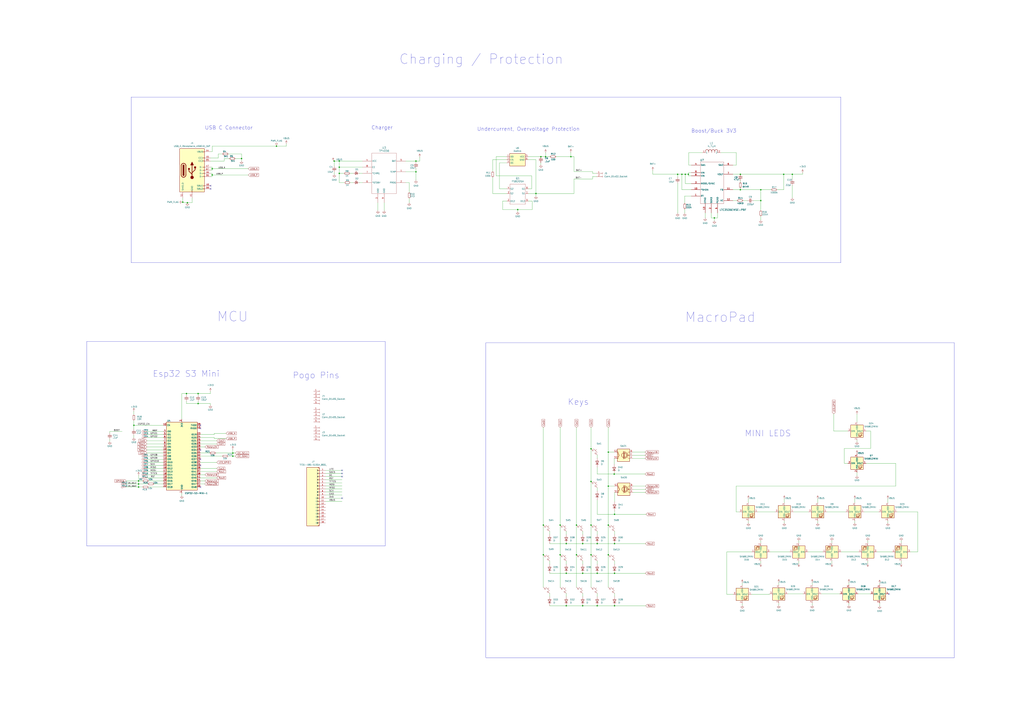
<source format=kicad_sch>
(kicad_sch (version 20231120) (generator "eeschema") (generator_version "8.0")
  (paper "A1")
  (junction (at 468.884 128.778))
  (junction (at 191.262 374.904))
  (junction (at 504.698 471.17))
  (junction (at 444.246 128.778))
  (junction (at 478.536 471.17))
  (junction (at 446.278 431.546))
  (junction (at 153.162 323.469))
  (junction (at 150.114 166.116))
  (junction (at 608.076 155.956))
  (junction (at 341.63 132.334))
  (junction (at 504.698 446.786))
  (junction (at 227.076 120.142))
  (junction (at 586.74 179.07))
  (junction (at 465.074 471.17))
  (junction (at 425.196 172.212))
  (junction (at 191.262 372.364))
  (junction (at 465.074 446.786))
  (junction (at 562.864 143.256))
  (junction (at 153.924 166.624))
  (junction (at 109.982 349.504))
  (junction (at 162.687 331.724))
  (junction (at 174.244 138.684))
  (junction (at 113.792 397.764))
  (junction (at 556.514 143.256))
  (junction (at 650.748 143.256))
  (junction (at 490.474 471.17))
  (junction (at 560.07 143.256))
  (junction (at 446.278 455.93))
  (junction (at 624.84 164.846))
  (junction (at 274.574 132.334))
  (junction (at 162.687 323.469))
  (junction (at 198.374 130.302))
  (junction (at 504.444 389.636))
  (junction (at 113.792 395.224))
  (junction (at 504.698 497.84))
  (junction (at 278.638 132.334))
  (junction (at 278.638 137.414))
  (junction (at 174.244 143.764))
  (junction (at 485.394 431.546))
  (junction (at 485.394 455.93))
  (junction (at 499.618 455.93))
  (junction (at 448.056 128.778))
  (junction (at 485.394 368.808))
  (junction (at 499.618 431.546))
  (junction (at 608.076 143.256))
  (junction (at 490.474 497.84))
  (junction (at 440.182 159.004))
  (junction (at 341.63 141.224))
  (junction (at 499.618 399.542))
  (junction (at 465.074 497.84))
  (junction (at 565.404 143.256))
  (junction (at 459.994 431.546))
  (junction (at 490.474 446.786))
  (junction (at 643.636 143.256))
  (junction (at 473.456 431.546))
  (junction (at 485.394 395.732))
  (junction (at 504.698 422.656))
  (junction (at 459.994 455.93))
  (junction (at 113.792 400.304))
  (junction (at 624.84 155.956))
  (junction (at 278.638 142.494))
  (junction (at 499.618 371.602))
  (junction (at 478.536 446.786))
  (junction (at 473.456 455.93))
  (junction (at 478.536 497.84))
  (no_connect (at 280.924 389.128))
  (no_connect (at 172.974 152.654))
  (no_connect (at 280.924 386.588))
  (no_connect (at 729.996 488.188))
  (no_connect (at 164.592 400.304))
  (no_connect (at 164.592 369.824))
  (no_connect (at 280.924 391.668))
  (no_connect (at 164.592 377.444))
  (no_connect (at 164.592 382.524))
  (no_connect (at 280.924 409.448))
  (no_connect (at 172.974 155.194))
  (no_connect (at 164.592 349.504))
  (no_connect (at 164.592 352.044))
  (wire (pts (xy 103.632 397.764) (xy 113.792 397.764)))
  (wire (pts (xy 504.444 389.128) (xy 504.444 389.636)))
  (wire (pts (xy 157.734 162.814) (xy 157.734 166.624)))
  (wire (pts (xy 153.162 323.469) (xy 153.162 324.739)))
  (wire (pts (xy 490.474 384.048) (xy 490.474 389.636)))
  (wire (pts (xy 608.076 149.606) (xy 608.076 148.336)))
  (wire (pts (xy 178.054 387.604) (xy 164.592 387.604)))
  (wire (pts (xy 624.84 155.956) (xy 624.84 164.846)))
  (wire (pts (xy 456.692 128.778) (xy 468.884 128.778)))
  (wire (pts (xy 650.748 143.256) (xy 650.748 147.32)))
  (wire (pts (xy 486.664 145.034) (xy 486.664 147.066)))
  (wire (pts (xy 267.462 391.668) (xy 280.924 391.668)))
  (wire (pts (xy 172.974 124.714) (xy 174.244 124.714)))
  (wire (pts (xy 608.076 155.956) (xy 624.84 155.956)))
  (wire (pts (xy 287.528 142.494) (xy 290.068 142.494)))
  (wire (pts (xy 448.056 128.778) (xy 451.612 128.778)))
  (wire (pts (xy 610.362 164.846) (xy 613.664 164.846)))
  (wire (pts (xy 174.244 137.414) (xy 174.244 138.684)))
  (wire (pts (xy 471.424 128.778) (xy 471.424 140.97)))
  (wire (pts (xy 267.462 396.748) (xy 280.924 396.748)))
  (wire (pts (xy 485.394 368.808) (xy 485.394 395.732)))
  (wire (pts (xy 451.358 446.786) (xy 465.074 446.786)))
  (wire (pts (xy 485.394 351.282) (xy 485.394 368.808)))
  (wire (pts (xy 465.074 497.84) (xy 478.536 497.84)))
  (wire (pts (xy 490.474 422.656) (xy 504.698 422.656)))
  (wire (pts (xy 198.374 130.302) (xy 198.374 132.207)))
  (wire (pts (xy 295.148 150.114) (xy 297.688 150.114)))
  (wire (pts (xy 179.324 126.492) (xy 182.499 126.492)))
  (wire (pts (xy 162.687 323.469) (xy 153.162 323.469)))
  (wire (pts (xy 650.748 152.4) (xy 650.748 162.56)))
  (wire (pts (xy 278.638 137.414) (xy 278.638 142.494)))
  (wire (pts (xy 149.352 323.469) (xy 149.352 344.424)))
  (wire (pts (xy 478.536 487.68) (xy 478.536 490.22)))
  (wire (pts (xy 193.294 130.302) (xy 198.374 130.302)))
  (wire (pts (xy 164.592 397.764) (xy 168.148 397.764)))
  (wire (pts (xy 150.114 166.116) (xy 150.114 166.624)))
  (wire (pts (xy 504.698 404.622) (xy 504.698 412.242)))
  (wire (pts (xy 440.182 131.318) (xy 440.182 159.004)))
  (wire (pts (xy 596.9 488.442) (xy 601.98 488.442)))
  (wire (pts (xy 282.702 150.114) (xy 278.638 150.114)))
  (wire (pts (xy 478.536 446.786) (xy 490.474 446.786)))
  (wire (pts (xy 267.462 409.448) (xy 280.924 409.448)))
  (wire (pts (xy 174.244 139.954) (xy 172.974 139.954)))
  (wire (pts (xy 608.076 143.256) (xy 643.636 143.256)))
  (wire (pts (xy 562.356 171.958) (xy 562.356 175.26)))
  (wire (pts (xy 437.134 172.212) (xy 437.134 165.354)))
  (wire (pts (xy 174.244 142.494) (xy 172.974 142.494)))
  (wire (pts (xy 90.17 354.584) (xy 90.17 355.854)))
  (wire (pts (xy 656.082 463.042) (xy 656.082 461.264)))
  (wire (pts (xy 451.358 487.68) (xy 451.358 490.22)))
  (wire (pts (xy 162.687 323.469) (xy 172.847 323.469)))
  (wire (pts (xy 567.69 161.036) (xy 562.356 161.036)))
  (wire (pts (xy 504.698 497.84) (xy 530.352 497.84)))
  (wire (pts (xy 267.462 389.128) (xy 280.924 389.128)))
  (wire (pts (xy 120.65 359.664) (xy 134.112 359.664)))
  (wire (pts (xy 519.684 371.602) (xy 529.844 371.602)))
  (wire (pts (xy 90.17 354.584) (xy 100.33 354.584)))
  (wire (pts (xy 584.2 179.07) (xy 586.74 179.07)))
  (wire (pts (xy 604.52 420.624) (xy 604.52 399.542)))
  (wire (pts (xy 164.592 390.144) (xy 168.402 390.144)))
  (wire (pts (xy 150.114 162.814) (xy 150.114 166.116)))
  (wire (pts (xy 715.01 354.33) (xy 715.01 368.554)))
  (wire (pts (xy 341.63 132.334) (xy 344.678 132.334)))
  (wire (pts (xy 120.65 369.824) (xy 134.112 369.824)))
  (wire (pts (xy 697.23 478.79) (xy 697.23 480.568)))
  (wire (pts (xy 624.84 177.8) (xy 624.84 180.848)))
  (wire (pts (xy 120.65 367.284) (xy 134.112 367.284)))
  (wire (pts (xy 120.65 387.604) (xy 134.112 387.604)))
  (wire (pts (xy 639.572 495.808) (xy 639.572 497.332)))
  (wire (pts (xy 267.462 401.828) (xy 280.924 401.828)))
  (wire (pts (xy 103.632 400.304) (xy 113.792 400.304)))
  (wire (pts (xy 164.592 372.364) (xy 172.212 372.364)))
  (wire (pts (xy 607.06 420.624) (xy 604.52 420.624)))
  (wire (pts (xy 178.054 364.744) (xy 164.592 364.744)))
  (wire (pts (xy 451.358 471.17) (xy 465.074 471.17)))
  (wire (pts (xy 490.474 487.68) (xy 490.474 490.22)))
  (wire (pts (xy 434.086 159.004) (xy 440.182 159.004)))
  (wire (pts (xy 490.474 446.786) (xy 504.698 446.786)))
  (wire (pts (xy 667.004 495.808) (xy 667.004 497.332)))
  (wire (pts (xy 499.618 431.546) (xy 499.618 455.93)))
  (wire (pts (xy 459.994 455.93) (xy 459.994 482.6)))
  (wire (pts (xy 113.792 395.224) (xy 117.094 395.224)))
  (wire (pts (xy 172.974 137.414) (xy 174.244 137.414)))
  (wire (pts (xy 565.404 141.986) (xy 565.404 143.256)))
  (wire (pts (xy 172.847 331.724) (xy 172.847 332.994)))
  (wire (pts (xy 416.052 128.778) (xy 407.416 128.778)))
  (wire (pts (xy 120.65 364.744) (xy 134.112 364.744)))
  (wire (pts (xy 565.658 135.636) (xy 565.658 125.476)))
  (wire (pts (xy 120.65 390.144) (xy 134.112 390.144)))
  (wire (pts (xy 586.74 179.07) (xy 586.74 181.356)))
  (wire (pts (xy 433.832 128.778) (xy 444.246 128.778)))
  (wire (pts (xy 624.84 155.956) (xy 633.222 155.956)))
  (wire (pts (xy 683.26 463.042) (xy 683.26 461.264)))
  (wire (pts (xy 113.792 400.304) (xy 116.967 400.304)))
  (wire (pts (xy 90.17 360.934) (xy 90.17 362.839)))
  (wire (pts (xy 412.75 172.212) (xy 425.196 172.212)))
  (wire (pts (xy 562.864 150.876) (xy 567.69 150.876)))
  (wire (pts (xy 109.982 357.759) (xy 109.982 359.664)))
  (wire (pts (xy 153.162 331.724) (xy 162.687 331.724)))
  (wire (pts (xy 433.832 131.318) (xy 440.182 131.318)))
  (wire (pts (xy 536.194 143.256) (xy 556.514 143.256)))
  (wire (pts (xy 267.462 404.368) (xy 280.924 404.368)))
  (wire (pts (xy 651.764 420.624) (xy 663.956 420.624)))
  (wire (pts (xy 273.558 132.334) (xy 274.574 132.334)))
  (wire (pts (xy 471.424 147.066) (xy 471.424 159.004)))
  (wire (pts (xy 490.474 497.84) (xy 504.698 497.84)))
  (wire (pts (xy 504.698 471.17) (xy 530.098 471.17)))
  (wire (pts (xy 174.244 138.684) (xy 203.962 138.684)))
  (wire (pts (xy 267.462 394.208) (xy 280.924 394.208)))
  (wire (pts (xy 416.052 131.318) (xy 404.622 131.318)))
  (wire (pts (xy 703.834 340.36) (xy 703.834 346.71)))
  (wire (pts (xy 567.69 135.636) (xy 565.658 135.636)))
  (wire (pts (xy 333.248 132.334) (xy 341.63 132.334)))
  (wire (pts (xy 650.748 143.256) (xy 659.13 143.256)))
  (wire (pts (xy 490.474 436.626) (xy 490.474 439.166)))
  (wire (pts (xy 639.572 478.79) (xy 639.572 480.568)))
  (wire (pts (xy 683.26 446.024) (xy 683.26 444.5)))
  (wire (pts (xy 490.474 461.01) (xy 490.474 463.55)))
  (wire (pts (xy 287.782 150.114) (xy 290.068 150.114)))
  (wire (pts (xy 684.784 340.106) (xy 684.784 354.33)))
  (wire (pts (xy 556.514 143.256) (xy 556.514 145.542)))
  (wire (pts (xy 436.626 155.194) (xy 434.086 155.194)))
  (wire (pts (xy 333.248 141.224) (xy 341.63 141.224)))
  (wire (pts (xy 715.01 368.554) (xy 693.42 368.554)))
  (wire (pts (xy 198.374 126.492) (xy 198.374 130.302)))
  (wire (pts (xy 584.2 175.006) (xy 584.2 179.07)))
  (wire (pts (xy 153.162 323.469) (xy 149.352 323.469)))
  (wire (pts (xy 120.65 357.124) (xy 134.112 357.124)))
  (wire (pts (xy 120.65 374.904) (xy 134.112 374.904)))
  (wire (pts (xy 485.394 431.546) (xy 485.394 455.93)))
  (wire (pts (xy 134.112 395.224) (xy 122.174 395.224)))
  (wire (pts (xy 614.68 409.956) (xy 614.68 413.004)))
  (wire (pts (xy 440.182 159.004) (xy 440.182 161.036)))
  (wire (pts (xy 486.664 140.97) (xy 486.664 142.494)))
  (wire (pts (xy 589.28 175.006) (xy 589.28 179.07)))
  (wire (pts (xy 113.792 397.764) (xy 121.412 397.764)))
  (wire (pts (xy 109.982 349.504) (xy 134.112 349.504)))
  (wire (pts (xy 416.306 165.354) (xy 412.75 165.354)))
  (wire (pts (xy 504.698 422.656) (xy 530.606 422.656)))
  (wire (pts (xy 336.042 163.068) (xy 336.042 166.624)))
  (wire (pts (xy 735.584 399.542) (xy 735.584 380.746)))
  (wire (pts (xy 297.688 137.414) (xy 278.638 137.414)))
  (wire (pts (xy 489.966 145.034) (xy 486.664 145.034)))
  (wire (pts (xy 601.98 164.846) (xy 605.282 164.846)))
  (wire (pts (xy 674.624 488.188) (xy 689.61 488.188)))
  (wire (pts (xy 164.592 367.284) (xy 168.402 367.284)))
  (wire (pts (xy 703.834 372.872) (xy 703.834 373.126)))
  (wire (pts (xy 504.444 371.602) (xy 499.618 371.602)))
  (wire (pts (xy 187.579 126.492) (xy 198.374 126.492)))
  (wire (pts (xy 465.074 471.17) (xy 478.536 471.17)))
  (wire (pts (xy 485.394 455.93) (xy 485.394 482.6)))
  (wire (pts (xy 624.84 463.042) (xy 624.84 461.264)))
  (wire (pts (xy 274.574 141.478) (xy 274.574 143.256)))
  (wire (pts (xy 490.474 422.656) (xy 490.474 410.972)))
  (wire (pts (xy 485.394 395.732) (xy 485.394 431.546)))
  (wire (pts (xy 714.756 488.188) (xy 704.85 488.188)))
  (wire (pts (xy 696.214 354.33) (xy 684.784 354.33)))
  (wire (pts (xy 436.626 144.526) (xy 436.626 155.194)))
  (wire (pts (xy 499.618 455.93) (xy 499.618 482.6)))
  (wire (pts (xy 490.474 389.636) (xy 504.444 389.636)))
  (wire (pts (xy 315.468 166.624) (xy 315.468 172.974)))
  (wire (pts (xy 407.416 128.778) (xy 407.416 144.526)))
  (wire (pts (xy 693.42 380.746) (xy 696.214 380.746)))
  (wire (pts (xy 601.98 155.956) (xy 608.076 155.956)))
  (wire (pts (xy 278.638 142.494) (xy 282.448 142.494)))
  (wire (pts (xy 712.724 463.042) (xy 712.724 461.264)))
  (wire (pts (xy 459.994 351.282) (xy 459.994 431.546)))
  (wire (pts (xy 656.082 446.024) (xy 656.082 444.5)))
  (wire (pts (xy 638.302 155.956) (xy 643.636 155.956)))
  (wire (pts (xy 504.698 446.786) (xy 530.098 446.786)))
  (wire (pts (xy 440.182 159.004) (xy 471.424 159.004)))
  (wire (pts (xy 504.444 389.636) (xy 529.844 389.636)))
  (wire (pts (xy 444.246 133.858) (xy 444.246 135.382)))
  (wire (pts (xy 444.246 128.778) (xy 448.056 128.778)))
  (wire (pts (xy 486.664 142.494) (xy 489.966 142.494)))
  (wire (pts (xy 412.75 165.354) (xy 412.75 172.212)))
  (wire (pts (xy 193.167 374.904) (xy 191.262 374.904)))
  (wire (pts (xy 341.63 138.43) (xy 341.63 141.224)))
  (wire (pts (xy 425.196 172.212) (xy 437.134 172.212)))
  (wire (pts (xy 341.63 132.334) (xy 341.63 133.35)))
  (wire (pts (xy 471.424 147.066) (xy 486.664 147.066)))
  (wire (pts (xy 407.416 144.526) (xy 436.626 144.526)))
  (wire (pts (xy 609.6 496.062) (xy 609.6 497.586)))
  (wire (pts (xy 120.65 372.364) (xy 134.112 372.364)))
  (wire (pts (xy 178.054 379.984) (xy 164.592 379.984)))
  (wire (pts (xy 504.698 399.542) (xy 499.618 399.542)))
  (wire (pts (xy 567.69 144.526) (xy 565.404 144.526)))
  (wire (pts (xy 609.6 479.044) (xy 609.6 480.822)))
  (wire (pts (xy 448.056 125.476) (xy 448.056 128.778)))
  (wire (pts (xy 604.774 125.476) (xy 604.774 135.636)))
  (wire (pts (xy 176.022 360.426) (xy 185.674 360.426)))
  (wire (pts (xy 693.42 368.554) (xy 693.42 380.746)))
  (wire (pts (xy 103.632 395.224) (xy 113.792 395.224)))
  (wire (pts (xy 267.462 386.588) (xy 280.924 386.588)))
  (wire (pts (xy 473.456 431.546) (xy 473.456 455.93)))
  (wire (pts (xy 172.847 331.724) (xy 162.687 331.724)))
  (wire (pts (xy 465.074 487.68) (xy 465.074 490.22)))
  (wire (pts (xy 310.388 166.624) (xy 310.388 172.974)))
  (wire (pts (xy 174.244 120.142) (xy 174.244 124.714)))
  (wire (pts (xy 184.15 130.302) (xy 188.214 130.302)))
  (wire (pts (xy 120.65 392.684) (xy 134.112 392.684)))
  (wire (pts (xy 468.884 128.778) (xy 471.424 128.778)))
  (wire (pts (xy 722.376 479.298) (xy 722.376 480.568)))
  (wire (pts (xy 333.248 150.114) (xy 336.042 150.114)))
  (wire (pts (xy 560.07 155.956) (xy 567.69 155.956)))
  (wire (pts (xy 729.234 409.956) (xy 729.234 413.004)))
  (wire (pts (xy 278.638 132.334) (xy 278.638 137.414)))
  (wire (pts (xy 465.074 461.01) (xy 465.074 463.55)))
  (wire (pts (xy 592.074 125.476) (xy 604.774 125.476)))
  (wire (pts (xy 410.21 133.858) (xy 416.052 133.858)))
  (wire (pts (xy 667.004 478.79) (xy 667.004 480.568)))
  (wire (pts (xy 601.98 143.256) (xy 608.076 143.256)))
  (wire (pts (xy 174.244 138.684) (xy 174.244 139.954)))
  (wire (pts (xy 490.474 373.888) (xy 490.474 376.428)))
  (wire (pts (xy 579.12 175.006) (xy 579.12 179.07)))
  (wire (pts (xy 120.65 382.524) (xy 134.112 382.524)))
  (wire (pts (xy 709.676 420.624) (xy 721.614 420.624)))
  (wire (pts (xy 697.23 495.808) (xy 697.23 497.332)))
  (wire (pts (xy 729.234 428.244) (xy 729.234 429.768)))
  (wire (pts (xy 162.687 324.739) (xy 162.687 323.469)))
  (wire (pts (xy 663.702 453.644) (xy 675.64 453.644)))
  (wire (pts (xy 504.698 419.862) (xy 504.698 422.656)))
  (wire (pts (xy 536.194 139.954) (xy 536.194 143.256)))
  (wire (pts (xy 478.536 461.01) (xy 478.536 463.55)))
  (wire (pts (xy 504.698 487.68) (xy 504.698 490.22)))
  (wire (pts (xy 446.278 455.93) (xy 446.278 482.6)))
  (wire (pts (xy 157.734 166.624) (xy 153.924 166.624)))
  (wire (pts (xy 519.684 376.682) (xy 529.844 376.682)))
  (wire (pts (xy 274.574 132.334) (xy 274.574 136.398)))
  (wire (pts (xy 478.536 471.17) (xy 490.474 471.17)))
  (wire (pts (xy 176.022 356.108) (xy 185.674 356.108)))
  (wire (pts (xy 164.592 357.124) (xy 176.022 357.124)))
  (wire (pts (xy 562.864 150.876) (xy 562.864 143.256)))
  (wire (pts (xy 690.88 453.644) (xy 705.104 453.644)))
  (wire (pts (xy 451.358 461.01) (xy 451.358 463.55)))
  (wire (pts (xy 586.74 179.07) (xy 589.28 179.07)))
  (wire (pts (xy 468.884 125.222) (xy 468.884 128.778)))
  (wire (pts (xy 722.376 495.808) (xy 722.376 497.84)))
  (wire (pts (xy 174.244 143.764) (xy 203.962 143.764)))
  (wire (pts (xy 164.592 359.664) (xy 176.022 359.664)))
  (wire (pts (xy 504.698 461.01) (xy 504.698 463.55)))
  (wire (pts (xy 753.618 453.644) (xy 747.776 453.644)))
  (wire (pts (xy 109.982 349.504) (xy 109.982 352.679)))
  (wire (pts (xy 109.982 345.694) (xy 109.982 349.504)))
  (wire (pts (xy 465.074 446.786) (xy 478.536 446.786)))
  (wire (pts (xy 471.424 140.97) (xy 486.664 140.97)))
  (wire (pts (xy 659.13 141.986) (xy 659.13 143.256)))
  (wire (pts (xy 632.46 453.644) (xy 648.462 453.644)))
  (wire (pts (xy 404.622 145.796) (xy 404.622 159.004)))
  (wire (pts (xy 715.01 354.33) (xy 711.454 354.33)))
  (wire (pts (xy 712.724 446.024) (xy 712.724 444.5)))
  (wire (pts (xy 519.684 374.142) (xy 529.844 374.142)))
  (wire (pts (xy 499.618 371.602) (xy 499.618 399.542)))
  (wire (pts (xy 644.144 409.956) (xy 644.144 413.004)))
  (wire (pts (xy 499.618 399.542) (xy 499.618 431.546)))
  (wire (pts (xy 179.324 126.492) (xy 179.324 129.794)))
  (wire (pts (xy 562.864 143.256) (xy 565.404 143.256)))
  (wire (pts (xy 679.196 420.624) (xy 694.436 420.624)))
  (wire (pts (xy 519.938 399.542) (xy 530.098 399.542)))
  (wire (pts (xy 702.056 428.244) (xy 702.056 429.768)))
  (wire (pts (xy 490.474 400.812) (xy 490.474 403.352)))
  (wire (pts (xy 519.938 404.622) (xy 530.098 404.622)))
  (wire (pts (xy 336.042 150.114) (xy 336.042 157.988)))
  (wire (pts (xy 703.834 390.906) (xy 703.834 388.366)))
  (wire (pts (xy 624.84 164.846) (xy 624.84 172.72)))
  (wire (pts (xy 191.262 372.364) (xy 191.262 374.904)))
  (wire (pts (xy 120.65 379.984) (xy 134.112 379.984)))
  (wire (pts (xy 149.352 405.384) (xy 149.352 407.289)))
  (wire (pts (xy 624.84 446.024) (xy 624.84 444.5)))
  (wire (pts (xy 643.636 155.956) (xy 643.636 143.256)))
  (wire (pts (xy 120.65 362.204) (xy 134.112 362.204)))
  (wire (pts (xy 425.196 172.212) (xy 425.196 173.99)))
  (wire (pts (xy 162.687 331.724) (xy 162.687 329.819)))
  (wire (pts (xy 596.9 453.644) (xy 617.22 453.644)))
  (wire (pts (xy 473.456 455.93) (xy 473.456 482.6)))
  (wire (pts (xy 735.584 380.746) (xy 711.454 380.746)))
  (wire (pts (xy 235.204 118.11) (xy 235.204 120.142)))
  (wire (pts (xy 278.638 142.494) (xy 278.638 150.114)))
  (wire (pts (xy 451.358 497.84) (xy 465.074 497.84)))
  (wire (pts (xy 122.047 400.304) (xy 134.112 400.304)))
  (wire (pts (xy 267.462 406.908) (xy 280.924 406.908)))
  (wire (pts (xy 753.618 420.624) (xy 753.618 453.644)))
  (wire (pts (xy 562.356 161.036) (xy 562.356 166.878)))
  (wire (pts (xy 644.144 428.244) (xy 644.144 429.768)))
  (wire (pts (xy 174.244 120.142) (xy 227.076 120.142)))
  (wire (pts (xy 295.148 142.494) (xy 297.688 142.494)))
  (wire (pts (xy 172.974 145.034) (xy 174.244 145.034)))
  (wire (pts (xy 150.114 166.624) (xy 153.924 166.624)))
  (wire (pts (xy 478.536 436.626) (xy 478.536 439.166)))
  (wire (pts (xy 178.054 385.064) (xy 164.592 385.064)))
  (wire (pts (xy 404.622 131.318) (xy 404.622 140.716)))
  (wire (pts (xy 172.974 129.794) (xy 179.324 129.794)))
  (wire (pts (xy 191.262 374.904) (xy 187.452 374.904)))
  (wire (pts (xy 191.262 369.316) (xy 191.262 372.364)))
  (wire (pts (xy 278.638 132.334) (xy 297.688 132.334)))
  (wire (pts (xy 184.15 132.334) (xy 184.15 130.302)))
  (wire (pts (xy 176.022 359.664) (xy 176.022 360.426)))
  (wire (pts (xy 631.952 488.442) (xy 631.952 488.188)))
  (wire (pts (xy 113.792 390.652) (xy 113.792 395.224)))
  (wire (pts (xy 565.658 125.476) (xy 576.834 125.476)))
  (wire (pts (xy 504.698 436.626) (xy 504.698 439.166)))
  (wire (pts (xy 604.52 399.542) (xy 735.584 399.542)))
  (wire (pts (xy 446.278 431.546) (xy 446.278 455.93)))
  (wire (pts (xy 109.982 340.614) (xy 109.982 338.074)))
  (wire (pts (xy 227.076 120.142) (xy 235.204 120.142)))
  (wire (pts (xy 465.074 436.626) (xy 465.074 439.166)))
  (wire (pts (xy 113.792 395.224) (xy 113.792 397.764)))
  (wire (pts (xy 274.574 132.334) (xy 278.638 132.334)))
  (wire (pts (xy 174.244 145.034) (xy 174.244 143.764)))
  (wire (pts (xy 604.774 135.636) (xy 601.98 135.636)))
  (wire (pts (xy 720.344 453.644) (xy 732.536 453.644)))
  (wire (pts (xy 126.492 397.764) (xy 134.112 397.764)))
  (wire (pts (xy 113.792 397.764) (xy 113.792 400.304)))
  (wire (pts (xy 451.358 436.626) (xy 451.358 439.166)))
  (wire (pts (xy 622.3 420.624) (xy 636.524 420.624)))
  (wire (pts (xy 596.9 453.644) (xy 596.9 488.442)))
  (wire (pts (xy 478.536 497.84) (xy 490.474 497.84)))
  (wire (pts (xy 178.054 392.684) (xy 164.592 392.684)))
  (wire (pts (xy 618.744 164.846) (xy 624.84 164.846)))
  (wire (pts (xy 120.65 354.584) (xy 134.112 354.584)))
  (wire (pts (xy 671.576 428.244) (xy 671.576 429.768)))
  (wire (pts (xy 556.514 143.256) (xy 560.07 143.256)))
  (wire (pts (xy 267.462 399.288) (xy 280.924 399.288)))
  (wire (pts (xy 164.592 374.904) (xy 182.372 374.904)))
  (wire (pts (xy 193.167 372.364) (xy 191.262 372.364)))
  (wire (pts (xy 164.592 395.224) (xy 168.402 395.224)))
  (wire (pts (xy 341.63 141.224) (xy 341.63 148.082)))
  (wire (pts (xy 120.65 377.444) (xy 134.112 377.444)))
  (wire (pts (xy 560.07 155.956) (xy 560.07 143.256)))
  (wire (pts (xy 614.68 428.244) (xy 614.68 429.768)))
  (wire (pts (xy 740.156 446.024) (xy 740.156 444.5)))
  (wire (pts (xy 643.636 143.256) (xy 650.748 143.256)))
  (wire (pts (xy 702.056 409.956) (xy 702.056 413.004)))
  (wire (pts (xy 153.162 329.819) (xy 153.162 331.724)))
  (wire (pts (xy 608.076 154.686) (xy 608.076 155.956)))
  (wire (pts (xy 437.134 165.354) (xy 434.086 165.354)))
  (wire (pts (xy 565.404 143.256) (xy 565.404 144.526)))
  (wire (pts (xy 499.618 371.602) (xy 499.618 351.282)))
  (wire (pts (xy 120.65 385.064) (xy 134.112 385.064)))
  (wire (pts (xy 703.834 361.95) (xy 703.834 362.966)))
  (wire (pts (xy 174.244 143.764) (xy 174.244 142.494)))
  (wire (pts (xy 178.054 362.204) (xy 164.592 362.204)))
  (wire (pts (xy 416.306 159.004) (xy 404.622 159.004)))
  (wire (pts (xy 556.514 150.622) (xy 556.514 175.26)))
  (wire (pts (xy 473.456 351.282) (xy 473.456 431.546)))
  (wire (pts (xy 416.306 155.194) (xy 410.21 155.194)))
  (wire (pts (xy 177.292 372.364) (xy 191.262 372.364)))
  (wire (pts (xy 736.854 420.624) (xy 753.618 420.624)))
  (wire (pts (xy 344.678 129.032) (xy 344.678 132.334)))
  (wire (pts (xy 647.192 488.188) (xy 659.384 488.188)))
  (wire (pts (xy 410.21 155.194) (xy 410.21 133.858)))
  (wire (pts (xy 490.474 471.17) (xy 504.698 471.17)))
  (wire (pts (xy 176.022 357.124) (xy 176.022 356.108)))
  (wire (pts (xy 565.404 141.986) (xy 567.69 141.986)))
  (wire (pts (xy 459.994 431.546) (xy 459.994 455.93)))
  (wire (pts (xy 519.938 402.082) (xy 530.098 402.082)))
  (wire (pts (xy 172.847 321.564) (xy 172.847 323.469)))
  (wire (pts (xy 172.974 132.334) (xy 184.15 132.334)))
  (wire (pts (xy 446.278 351.282) (xy 446.278 431.546)))
  (wire (pts (xy 671.576 409.956) (xy 671.576 413.004)))
  (wire (pts (xy 560.07 143.256) (xy 562.864 143.256)))
  (wire (pts (xy 740.156 463.042) (xy 740.156 461.264)))
  (wire (pts (xy 267.462 411.988) (xy 280.924 411.988)))
  (wire (pts (xy 617.22 488.442) (xy 631.952 488.442)))
  (wire (pts (xy 504.444 376.682) (xy 504.444 381.508)))
  (rectangle (start 71.12 280.67) (end 316.484 448.564))
  (rectangle (start 399.034 281.686) (end 783.844 540.512))
  (rectangle (start 107.696 79.756) (end 690.626 215.9))
  (text "USB C Connector" (at 187.96 105.156 0) (effects (font (size 3 3))))
  (text "Pogo Pins\n" (at 259.588 308.61 0) (effects (font (size 5 5))))
  (text "Charger" (at 313.817 105.029 0) (effects (font (size 3 3))))
  (text "Keys" (at 474.98 330.454 0) (effects (font (size 5 5))))
  (text "MINI LEDS" (at 630.682 356.362 0) (effects (font (size 5 5))))
  (text "Undercurrent, Overvoltage Protection" (at 433.959 106.172 0) (effects (font (size 3 3))))
  (text "Boost/Buck 3V3" (at 586.232 107.696 0) (effects (font (size 3 3))))
  (text "MCU" (at 191.008 260.35 0) (effects (font (size 8 8))))
  (text "MacroPad" (at 591.566 260.858 0) (effects (font (size 8 8))))
  (text "Esp32 S3 Mini" (at 152.908 307.34 0) (effects (font (size 5 5))))
  (text "Charging / Protection" (at 395.224 48.768 0) (effects (font (size 8 8))))
  (label "GND" (at 270.256 406.908 0))
  (label "BAT-" (at 477.774 147.066 180))
  (label "GPIO10" (at 123.444 379.984 0))
  (label "RST" (at 123.698 392.684 0))
  (label "MISO" (at 270.256 401.828 0))
  (label "BAT+" (at 478.028 140.97 180))
  (label "MISO" (at 123.444 385.064 0))
  (label "I2C_SCL2" (at 104.902 397.764 0) (effects (font (size 1 1))))
  (label "SCK" (at 270.256 404.368 0))
  (label "MOSI" (at 270.256 399.288 0))
  (label "I2C_SDA2" (at 104.902 400.304 0) (effects (font (size 1 1))))
  (label "USB_P" (at 177.546 143.764 0) (effects (font (size 1.15 1.15))))
  (label "DC" (at 270.256 391.668 0))
  (label "TFTCS" (at 123.444 390.144 0))
  (label "BOOT" (at 93.345 354.584 0))
  (label "TFTCS" (at 270.256 396.748 0))
  (label "GPIO2" (at 123.444 359.664 0))
  (label "3VO" (at 270.256 409.448 0))
  (label "LITE" (at 270.256 386.588 0))
  (label "GPIO9" (at 123.444 377.444 0))
  (label "USB_N" (at 179.324 138.684 0) (effects (font (size 1.15 1.15))))
  (label "SDCS" (at 270.256 389.128 0))
  (label "VBUS" (at 270.256 411.988 0))
  (label "ESP32_EN" (at 113.157 349.504 0))
  (label "GPIO8" (at 123.444 374.904 0))
  (label "BOOT" (at 125.222 354.584 0) (effects (font (size 1 1))))
  (label "RST" (at 270.256 394.208 0))
  (label "GPIO1" (at 123.444 357.124 0))
  (label "SCK" (at 123.444 382.524 0))
  (label "MOSI" (at 123.444 387.604 0))
  (global_label "Rotary2A" (shape input) (at 530.098 404.622 0) (property "Intersheetrefs" "${INTERSHEET_REFS}" (effects (hide yes))))
  (global_label "Col4" (shape input) (at 178.054 364.744 0) (property "Intersheetrefs" "${INTERSHEET_REFS}" (effects (hide yes))))
  (global_label "Row4" (shape input) (at 530.352 497.84 0) (property "Intersheetrefs" "${INTERSHEET_REFS}" (effects (hide yes))))
  (global_label "USB_N" (shape input) (at 203.962 138.684 0) (property "Intersheetrefs" "${INTERSHEET_REFS}" (effects (hide yes))))
  (global_label "USB_N" (shape input) (at 185.674 356.108 0) (property "Intersheetrefs" "${INTERSHEET_REFS}" (effects (hide yes))))
  (global_label "USB_P" (shape input) (at 185.674 360.426 0) (property "Intersheetrefs" "${INTERSHEET_REFS}" (effects (hide yes))))
  (global_label "LED_GPIO" (shape input) (at 178.054 379.984 0) (property "Intersheetrefs" "${INTERSHEET_REFS}" (effects (hide yes))))
  (global_label "Col0" (shape input) (at 120.65 362.204 180) (property "Intersheetrefs" "${INTERSHEET_REFS}" (effects (hide yes))))
  (global_label "GND" (shape input) (at 529.844 374.142 0) (property "Intersheetrefs" "${INTERSHEET_REFS}" (effects (hide yes))))
  (global_label "Rotary1B" (shape input) (at 529.844 371.602 0) (property "Intersheetrefs" "${INTERSHEET_REFS}" (effects (hide yes))))
  (global_label "Row1" (shape input) (at 530.606 422.656 0) (property "Intersheetrefs" "${INTERSHEET_REFS}" (effects (hide yes))))
  (global_label "Rotary1A" (shape input) (at 168.402 395.224 0) (property "Intersheetrefs" "${INTERSHEET_REFS}" (effects (hide yes))))
  (global_label "Rotary2B" (shape input) (at 530.098 399.542 0) (property "Intersheetrefs" "${INTERSHEET_REFS}" (effects (hide yes))))
  (global_label "Col4" (shape input) (at 499.618 351.282 90) (property "Intersheetrefs" "${INTERSHEET_REFS}" (effects (hide yes))))
  (global_label "Col1" (shape input) (at 459.994 351.282 90) (property "Intersheetrefs" "${INTERSHEET_REFS}" (effects (hide yes))))
  (global_label "Col3" (shape input) (at 178.054 385.064 0) (property "Intersheetrefs" "${INTERSHEET_REFS}" (effects (hide yes))))
  (global_label "Col2" (shape input) (at 178.054 362.204 0) (property "Intersheetrefs" "${INTERSHEET_REFS}" (effects (hide yes))))
  (global_label "Rotary2B" (shape input) (at 168.148 397.764 0) (property "Intersheetrefs" "${INTERSHEET_REFS}" (effects (hide yes))))
  (global_label "Row4" (shape input) (at 120.65 364.744 180) (property "Intersheetrefs" "${INTERSHEET_REFS}" (effects (hide yes))))
  (global_label "Rotary1A" (shape input) (at 529.844 376.682 0) (property "Intersheetrefs" "${INTERSHEET_REFS}" (effects (hide yes))))
  (global_label "GPIO16" (shape input) (at 103.632 395.224 180) (property "Intersheetrefs" "${INTERSHEET_REFS}" (effects (hide yes))))
  (global_label "Row0" (shape input) (at 178.054 392.684 0) (property "Intersheetrefs" "${INTERSHEET_REFS}" (effects (hide yes))))
  (global_label "Row2" (shape input) (at 120.65 369.824 180) (property "Intersheetrefs" "${INTERSHEET_REFS}" (effects (hide yes))))
  (global_label "Row0" (shape input) (at 529.844 389.636 0) (property "Intersheetrefs" "${INTERSHEET_REFS}" (effects (hide yes))))
  (global_label "Row3" (shape input) (at 120.65 367.284 180) (property "Intersheetrefs" "${INTERSHEET_REFS}" (effects (hide yes))))
  (global_label "Col2" (shape input) (at 473.456 351.282 90) (property "Intersheetrefs" "${INTERSHEET_REFS}" (effects (hide yes))))
  (global_label "Rotary2A" (shape input) (at 168.402 367.284 0) (property "Intersheetrefs" "${INTERSHEET_REFS}" (effects (hide yes))))
  (global_label "LED_GPIO" (shape input) (at 684.784 340.106 90) (property "Intersheetrefs" "${INTERSHEET_REFS}" (effects (hide yes))))
  (global_label "Row2" (shape input) (at 530.098 446.786 0) (property "Intersheetrefs" "${INTERSHEET_REFS}" (effects (hide yes))))
  (global_label "Rotary1B" (shape input) (at 168.402 390.144 0) (property "Intersheetrefs" "${INTERSHEET_REFS}" (effects (hide yes))))
  (global_label "Row3" (shape input) (at 530.098 471.17 0) (property "Intersheetrefs" "${INTERSHEET_REFS}" (effects (hide yes))))
  (global_label "I2C_SDA1" (shape input) (at 193.167 374.904 0) (property "Intersheetrefs" "${INTERSHEET_REFS}" (effects (hide yes))))
  (global_label "Col3" (shape input) (at 485.394 351.282 90) (property "Intersheetrefs" "${INTERSHEET_REFS}" (effects (hide yes))))
  (global_label "USB_P" (shape input) (at 203.962 143.764 0) (property "Intersheetrefs" "${INTERSHEET_REFS}" (effects (hide yes))))
  (global_label "Row1" (shape input) (at 178.054 387.604 0) (property "Intersheetrefs" "${INTERSHEET_REFS}" (effects (hide yes))))
  (global_label "Col0" (shape input) (at 446.278 351.282 90) (property "Intersheetrefs" "${INTERSHEET_REFS}" (effects (hide yes))))
  (global_label "I2C_SCL1" (shape input) (at 193.167 372.364 0) (property "Intersheetrefs" "${INTERSHEET_REFS}" (effects (hide yes))))
  (global_label "GND" (shape input) (at 530.098 402.082 0) (property "Intersheetrefs" "${INTERSHEET_REFS}" (effects (hide yes))))
  (global_label "Col1" (shape input) (at 120.65 372.364 180) (property "Intersheetrefs" "${INTERSHEET_REFS}" (effects (hide yes))))
  (symbol (lib_id "Device:R_Small") (at 562.356 169.418 180) (unit 1)
    (property "Reference" "R13" (at 565.404 168.402 0))
    (property "Value" "332k" (at 565.658 170.434 0))
    (property "Footprint" "Resistor_SMD:R_0603_1608Metric_Pad0.98x0.95mm_HandSolder" (effects (hide yes)))
    (property "Description" "Resistor, small symbol" (effects (hide yes)))
    (property "Manufacture Part Number" "RC0603FR-07332KL" (effects (hide yes)))
    (property "LCSC Part Number" "C309562" (effects (hide yes)))
  )
  (symbol (lib_id "power:GND") (at 310.388 172.974 0) (unit 1)
    (property "Reference" "#PWR014" (effects (hide yes)))
    (property "Value" "GND" (at 310.388 177.546 0))
    (property "Description" "Power symbol creates a global label with name \"GND\" , ground" (effects (hide yes)))
  )
  (symbol (lib_id "Device:RotaryEncoder_Switch") (at 512.318 402.082 180) (unit 1)
    (property "Reference" "SW20" (at 512.318 392.43 0))
    (property "Value" "RotaryEncoder_Switch" (effects (hide yes)))
    (property "Footprint" "Rotary_Encoder_Adafruit:Bourns-PEC11R-4220F-S0024-0-0-0" (effects (hide yes)))
    (property "Description" "Rotary encoder, dual channel, incremental quadrate outputs, with switch" (effects (hide yes)))
  )
  (symbol (lib_id "power:+3V3") (at 671.576 409.956 0) (unit 1)
    (property "Reference" "#PWR09" (effects (hide yes)))
    (property "Value" "VBUS" (at 674.624 409.448 0))
    (property "Description" "Power symbol creates a global label with name \"+3V3\"" (effects (hide yes)))
  )
  (symbol (lib_id "power:VBUS") (at 235.204 118.11 0) (unit 1)
    (property "Reference" "#PWR011" (effects (hide yes)))
    (property "Value" "VBUS" (at 235.204 113.665 0))
    (property "Description" "Power symbol creates a global label with name \"VBUS\"" (effects (hide yes)))
  )
  (symbol (lib_id "Connector:Conn_01x05_Socket") (at 262.636 341.63 0) (unit 1)
    (property "Reference" "J2" (at 264.414 340.3599 0) (effects (justify left)))
    (property "Value" "Conn_01x05_Socket" (at 264.414 342.8999 0) (effects (justify left)))
    (property "Footprint" "Connector_PinHeader_2.54mm:PinHeader_1x05_P2.54mm_Vertical_Adafruit" (effects (hide yes)))
    (property "Description" "Generic connector, single row, 01x05, script generated" (effects (hide yes)))
  )
  (symbol (lib_id "Device:R_Small") (at 454.152 128.778 270) (mirror x) (unit 1)
    (property "Reference" "R12" (at 452.374 126.492 90) (effects (justify left)))
    (property "Value" "100" (at 452.374 131.064 90) (effects (justify left)))
    (property "Footprint" "Resistor_SMD:R_0603_1608Metric_Pad0.98x0.95mm_HandSolder" (effects (hide yes)))
    (property "Description" "Resistor, small symbol" (effects (hide yes)))
    (property "Manufacture Part Number" "WR06X1020FTL" (effects (hide yes)))
    (property "LCSC Part Number" "C170434" (effects (hide yes)))
  )
  (symbol (lib_id "18_PIN_FCP_CONNECTOR:TF31-18S-0.5SH_800_") (at 257.302 409.448 0) (unit 1)
    (property "Reference" "J7" (at 257.1937 379.476 0))
    (property "Value" "TF31-18S-0.5SH_800_" (at 257.1937 382.016 0))
    (property "Footprint" "18_PIN_FCP_CONNECTOR:HRS_TF31-18S-0.5SH_800_" (effects (hide yes)))
    (property "MANUFACTURER" "HRS" (effects (hide yes)))
  )
  (symbol (lib_id "LED:SK6812MINI") (at 667.004 488.188 0) (unit 1)
    (property "Reference" "D19" (at 678.688 481.8694 0))
    (property "Value" "SK6812MINI" (at 678.688 484.4094 0))
    (property "Footprint" "LED_SMD:LED_SK6812MINI_PLCC4_3.5x3.5mm_P1.75mm_1_Hole_Pads" (effects (hide yes)))
    (property "Datasheet" "https://cdn-shop.adafruit.com/product-files/2686/SK6812MINI_REV.01-1-2.pdf" (effects (hide yes)))
    (property "Description" "RGB LED with integrated controller" (effects (hide yes)))
  )
  (symbol (lib_id "Connector:TestPoint") (at 120.65 379.984 90) (unit 1)
    (property "Reference" "TP6" (at 121.666 378.968 90) (effects (justify left)))
    (property "Value" "TestPoint" (effects (hide yes)))
    (property "Footprint" "TestPoint:TestPoint_Pad_D1.0mm" (effects (hide yes)))
    (property "Description" "test point" (effects (hide yes)))
  )
  (symbol (lib_id "LED:SK6812MINI") (at 712.724 453.644 180) (unit 1)
    (property "Reference" "D13" (at 701.04 459.9626 0))
    (property "Value" "SK6812MINI" (at 701.04 457.4226 0))
    (property "Footprint" "LED_SMD:LED_SK6812MINI_PLCC4_3.5x3.5mm_P1.75mm_1_Hole_Pads" (effects (hide yes)))
    (property "Datasheet" "https://cdn-shop.adafruit.com/product-files/2686/SK6812MINI_REV.01-1-2.pdf" (effects (hide yes)))
    (property "Description" "RGB LED with integrated controller" (effects (hide yes)))
  )
  (symbol (lib_id "Connector:Conn_01x02_Socket") (at 495.046 142.494 0) (unit 1)
    (property "Reference" "J5" (at 496.316 142.4939 0) (effects (justify left)))
    (property "Value" "Conn_01x02_Socket" (at 496.316 145.0339 0) (effects (justify left)))
    (property "Footprint" "Connector_JST:JST_XH_S2B-XH-A_1x02_P2.50mm_Horizontal" (effects (hide yes)))
    (property "Description" "Generic connector, single row, 01x02, script generated" (effects (hide yes)))
  )
  (symbol (lib_id "Device:D") (at 478.536 442.976 90) (unit 1)
    (property "Reference" "D39" (at 481.584 441.7059 90) (effects (justify right)))
    (property "Value" "D" (at 481.584 444.2459 90) (effects (justify right)))
    (property "Footprint" "Diode_SMD:D_0603_1608Metric" (effects (hide yes)))
    (property "Description" "Diode" (effects (hide yes)))
    (property "Sim.Device" "D" (effects (hide yes)))
    (property "Sim.Pins" "1=K 2=A" (effects (hide yes)))
  )
  (symbol (lib_id "Connector:Conn_01x05_Socket") (at 262.636 356.616 0) (unit 1)
    (property "Reference" "J3" (at 264.414 355.3459 0) (effects (justify left)))
    (property "Value" "Conn_01x05_Socket" (at 264.414 357.8859 0) (effects (justify left)))
    (property "Footprint" "Connector_PinHeader_2.54mm:PinHeader_1x05_P2.54mm_Vertical_Adafruit" (effects (hide yes)))
    (property "Description" "Generic connector, single row, 01x05, script generated" (effects (hide yes)))
  )
  (symbol (lib_id "RF_Module:ESP32-S3-MINI-1") (at 149.352 374.904 0) (unit 1)
    (property "Reference" "U4" (at 137.287 345.694 0) (effects (justify left)))
    (property "Value" "ESP32-S3-MINI-1" (at 151.892 405.384 0) (effects (justify left)))
    (property "Footprint" "RF_Module:ESP32-S2-MINI-1" (effects (hide yes)))
    (property "Datasheet" "https://www.espressif.com/sites/default/files/documentation/esp32-s3-mini-1_mini-1u_datasheet_en.pdf" (effects (hide yes)))
    (property "Description" "RF Module, ESP32-S3 SoC, Wi-Fi 802.11b/g/n, Bluetooth, BLE, 32-bit, 3.3V, SMD, onboard antenna" (effects (hide yes)))
  )
  (symbol (lib_id "Device:D") (at 490.474 494.03 90) (unit 1)
    (property "Reference" "D27" (at 493.522 492.7599 90) (effects (justify right)))
    (property "Value" "D" (at 493.522 495.2999 90) (effects (justify right)))
    (property "Footprint" "Diode_SMD:D_0603_1608Metric" (effects (hide yes)))
    (property "Description" "Diode" (effects (hide yes)))
    (property "Sim.Device" "D" (effects (hide yes)))
    (property "Sim.Pins" "1=K 2=A" (effects (hide yes)))
  )
  (symbol (lib_id "power:GND") (at 656.082 444.5 180) (unit 1)
    (property "Reference" "#PWR059" (effects (hide yes)))
    (property "Value" "GND" (at 656.082 440.182 0))
    (property "Description" "Power symbol creates a global label with name \"GND\" , ground" (effects (hide yes)))
  )
  (symbol (lib_id "power:GND") (at 667.004 497.332 0) (unit 1)
    (property "Reference" "#PWR063" (effects (hide yes)))
    (property "Value" "GND" (at 667.004 501.65 0))
    (property "Description" "Power symbol creates a global label with name \"GND\" , ground" (effects (hide yes)))
  )
  (symbol (lib_id "Device:C_Small") (at 274.574 138.938 0) (unit 1)
    (property "Reference" "C4" (at 270.51 137.16 0) (effects (justify left)))
    (property "Value" "10uF" (at 268.986 141.224 0) (effects (justify left)))
    (property "Footprint" "Capacitor_SMD:C_0603_1608Metric_Pad1.08x0.95mm_HandSolder" (effects (hide yes)))
    (property "Description" "Unpolarized capacitor, small symbol" (effects (hide yes)))
    (property "Manufacture Part Number" "CS1608X5R106M160NRB" (effects (hide yes)))
    (property "LCSC Part Number" "C2909630" (effects (hide yes)))
  )
  (symbol (lib_id "Device:D") (at 504.698 467.36 90) (unit 1)
    (property "Reference" "D29" (at 507.746 466.0899 90) (effects (justify right)))
    (property "Value" "D" (at 507.746 468.6299 90) (effects (justify right)))
    (property "Footprint" "Diode_SMD:D_0603_1608Metric" (effects (hide yes)))
    (property "Description" "Diode" (effects (hide yes)))
    (property "Sim.Device" "D" (effects (hide yes)))
    (property "Sim.Pins" "1=K 2=A" (effects (hide yes)))
  )
  (symbol (lib_id "Connector:TestPoint") (at 120.65 387.604 90) (unit 1)
    (property "Reference" "TP9" (at 121.666 386.588 90) (effects (justify left)))
    (property "Value" "TestPoint" (effects (hide yes)))
    (property "Footprint" "TestPoint:TestPoint_Pad_D1.0mm" (effects (hide yes)))
    (property "Description" "test point" (effects (hide yes)))
  )
  (symbol (lib_id "power:+3V3") (at 656.082 463.042 180) (unit 1)
    (property "Reference" "#PWR042" (effects (hide yes)))
    (property "Value" "VBUS" (at 653.034 463.55 0))
    (property "Description" "Power symbol creates a global label with name \"+3V3\"" (effects (hide yes)))
  )
  (symbol (lib_id "power:+3V3") (at 740.156 463.042 180) (unit 1)
    (property "Reference" "#PWR045" (effects (hide yes)))
    (property "Value" "VBUS" (at 737.108 463.55 0))
    (property "Description" "Power symbol creates a global label with name \"+3V3\"" (effects (hide yes)))
  )
  (symbol (lib_id "power:+3V3") (at 712.724 463.042 180) (unit 1)
    (property "Reference" "#PWR044" (effects (hide yes)))
    (property "Value" "VBUS" (at 709.676 463.55 0))
    (property "Description" "Power symbol creates a global label with name \"+3V3\"" (effects (hide yes)))
  )
  (symbol (lib_id "power:+3V3") (at 109.982 338.074 0) (unit 1)
    (property "Reference" "#PWR032" (effects (hide yes)))
    (property "Value" "+3V3" (at 109.982 334.264 0))
    (property "Description" "Power symbol creates a global label with name \"+3V3\"" (effects (hide yes)))
  )
  (symbol (lib_id "power:+5V") (at 273.558 132.334 0) (unit 1)
    (property "Reference" "#PWR012" (effects (hide yes)))
    (property "Value" "VBUS" (at 276.098 131.0639 0) (effects (justify left)))
    (property "Description" "Power symbol creates a global label with name \"+5V\"" (effects (hide yes)))
  )
  (symbol (lib_id "Battery_Management:DW01A") (at 426.212 131.318 0) (unit 1)
    (property "Reference" "U6" (at 424.942 121.666 0))
    (property "Value" "DW01A" (at 424.942 124.206 0))
    (property "Footprint" "Package_TO_SOT_SMD:SOT-23-6" (effects (hide yes)))
    (property "Datasheet" "https://www.lcsc.com/datasheet/lcsc_datasheet_2410121609_HUASHUO-DW01_C700964.pdf" (effects (hide yes)))
    (property "Description" "Overcharge, overcurrent and overdischarge protection IC for single cell lithium-ion/polymer battery" (effects (hide yes)))
    (property "LCSC Part Number" "C700964 " (effects (hide yes)))
    (property "Manufacture Part Number" "DW01" (effects (hide yes)))
  )
  (symbol (lib_id "LED:SK6812MINI") (at 683.26 453.644 180) (unit 1)
    (property "Reference" "D14" (at 671.576 459.9626 0))
    (property "Value" "SK6812MINI" (at 671.576 457.4226 0))
    (property "Footprint" "LED_SMD:LED_SK6812MINI_PLCC4_3.5x3.5mm_P1.75mm_1_Hole_Pads" (effects (hide yes)))
    (property "Datasheet" "https://cdn-shop.adafruit.com/product-files/2686/SK6812MINI_REV.01-1-2.pdf" (effects (hide yes)))
    (property "Description" "RGB LED with integrated controller" (effects (hide yes)))
  )
  (symbol (lib_id "Connector:TestPoint") (at 120.65 385.064 90) (unit 1)
    (property "Reference" "TP8" (at 121.666 384.048 90) (effects (justify left)))
    (property "Value" "TestPoint" (effects (hide yes)))
    (property "Footprint" "TestPoint:TestPoint_Pad_D1.0mm" (effects (hide yes)))
    (property "Description" "test point" (effects (hide yes)))
  )
  (symbol (lib_id "LED:SK6812MINI") (at 644.144 420.624 0) (unit 1)
    (property "Reference" "D10" (at 655.828 414.3054 0))
    (property "Value" "SK6812MINI" (at 655.828 416.8454 0))
    (property "Footprint" "LED_SMD:LED_SK6812MINI_PLCC4_3.5x3.5mm_P1.75mm_1_Hole_Pads" (effects (hide yes)))
    (property "Datasheet" "https://cdn-shop.adafruit.com/product-files/2686/SK6812MINI_REV.01-1-2.pdf" (effects (hide yes)))
    (property "Description" "RGB LED with integrated controller" (effects (hide yes)))
  )
  (symbol (lib_id "power:GND") (at 683.26 444.5 180) (unit 1)
    (property "Reference" "#PWR058" (effects (hide yes)))
    (property "Value" "GND" (at 683.26 440.182 0))
    (property "Description" "Power symbol creates a global label with name \"GND\" , ground" (effects (hide yes)))
  )
  (symbol (lib_id "FS8205A:FS8205A") (at 411.226 155.194 0) (unit 1)
    (property "Reference" "Q1" (at 425.196 146.558 0) (effects (font (size 1.524 1.524))))
    (property "Value" "FS8205A" (at 425.196 149.098 0) (effects (font (size 1.524 1.524))))
    (property "Footprint" "FS8205A:SOT-23-6L_TCP" (effects (hide yes)))
    (property "Datasheet" "https://www.lcsc.com/datasheet/lcsc_datasheet_2411121100_TECH-PUBLIC-FS8205A_C2830320.pdf" (effects (hide yes)))
    (property "LCSC Part Number" "C2830320 " (effects (hide yes)))
    (property "Manufacture Part Number" "FS8205A " (effects (hide yes)))
  )
  (symbol (lib_id "Device:R_Small") (at 404.622 143.256 0) (mirror y) (unit 1)
    (property "Reference" "R11" (at 403.098 141.9859 0) (effects (justify left)))
    (property "Value" "100k" (at 403.098 144.5259 0) (effects (justify left)))
    (property "Footprint" "Resistor_SMD:R_0603_1608Metric_Pad0.98x0.95mm_HandSolder" (effects (hide yes)))
    (property "Description" "Resistor, small symbol" (effects (hide yes)))
    (property "Manufacture Part Number" "RC0603FR-07100KL" (effects (hide yes)))
    (property "LCSC Part Number" "C14675" (effects (hide yes)))
  )
  (symbol (lib_id "power:GND") (at 172.847 332.994 0) (unit 1)
    (property "Reference" "#PWR037" (effects (hide yes)))
    (property "Value" "GND" (at 172.847 336.804 0))
    (property "Description" "Power symbol creates a global label with name \"GND\" , ground" (effects (hide yes)))
  )
  (symbol (lib_id "power:GND") (at 198.374 132.207 0) (unit 1)
    (property "Reference" "#PWR06" (effects (hide yes)))
    (property "Value" "GND" (at 198.374 136.017 0))
    (property "Description" "Power symbol creates a global label with name \"GND\" , ground" (effects (hide yes)))
  )
  (symbol (lib_id "Device:LED_Small") (at 292.608 142.494 0) (mirror y) (unit 1)
    (property "Reference" "D1" (at 293.116 139.192 0))
    (property "Value" "LED_Small" (effects (hide yes)))
    (property "Footprint" "LED_SMD:LED_0603_1608Metric_Pad1.05x0.95mm_HandSolder" (effects (hide yes)))
    (property "Description" "Colorless Transparent Lens 50mW 620nm~630nm 20mA Positive Stick -20℃~+85℃ Red 120° 330mcd 2.3V 0603 LED" (effects (hide yes)))
    (property "Manufacture Part Number" "SZYY0603B" (effects (hide yes)))
    (property "LCSC Part Number" "C434421" (effects (hide yes)))
  )
  (symbol (lib_id "power:GND") (at 740.156 444.5 180) (unit 1)
    (property "Reference" "#PWR056" (effects (hide yes)))
    (property "Value" "GND" (at 740.156 440.182 0))
    (property "Description" "Power symbol creates a global label with name \"GND\" , ground" (effects (hide yes)))
  )
  (symbol (lib_id "power:+3V3") (at 113.792 390.652 0) (unit 1)
    (property "Reference" "#PWR034" (effects (hide yes)))
    (property "Value" "+3V3" (at 113.792 386.842 0))
    (property "Description" "Power symbol creates a global label with name \"+3V3\"" (effects (hide yes)))
  )
  (symbol (lib_id "LTC3536EMSE:LTC3536EMSE-PBF") (at 565.15 120.396 0) (unit 1)
    (property "Reference" "U7" (at 576.58 131.572 0) (effects (font (size 1.524 1.524))))
    (property "Value" "LTC3536EMSE-PBF" (at 601.98 172.466 0) (effects (font (size 1.524 1.524))))
    (property "Footprint" "LTC3536EMSE_PBF:MSOP-12_MSE_LIT" (effects (hide yes)))
    (property "Datasheet" "https://www.lcsc.com/datasheet/lcsc_datasheet_2304140030_Analog-Devices-LTC3536IDD-TRPBF_C684926.pdf" (effects (hide yes)))
    (property "LCSC Part Number" "C684926" (effects (hide yes)))
    (property "Manufacture Part Number" " LTC3536IDD#TRPBF " (effects (hide yes)))
  )
  (symbol (lib_id "Device:C_Small") (at 153.162 327.279 0) (unit 1)
    (property "Reference" "C12" (at 155.702 326.6502 0) (effects (justify left)))
    (property "Value" ".1uF" (at 155.702 328.5553 0) (effects (justify left)))
    (property "Footprint" "Capacitor_SMD:C_0603_1608Metric_Pad1.08x0.95mm_HandSolder" (effects (hide yes)))
    (property "Description" "Unpolarized capacitor, small symbol" (effects (hide yes)))
  )
  (symbol (lib_id "power:+3V3") (at 667.004 478.79 0) (unit 1)
    (property "Reference" "#PWR048" (effects (hide yes)))
    (property "Value" "VBUS" (at 670.052 478.282 0))
    (property "Description" "Power symbol creates a global label with name \"+3V3\"" (effects (hide yes)))
  )
  (symbol (lib_id "power:+3V3") (at 644.144 409.956 0) (unit 1)
    (property "Reference" "#PWR010" (effects (hide yes)))
    (property "Value" "VBUS" (at 647.192 409.448 0))
    (property "Description" "Power symbol creates a global label with name \"+3V3\"" (effects (hide yes)))
  )
  (symbol (lib_id "Switch:SW_Push_45deg") (at 475.996 458.47 0) (unit 1)
    (property "Reference" "SW11" (at 479.298 451.612 0))
    (property "Value" "SW_MEC_5G" (effects (hide yes)))
    (property "Footprint" "Gateron_Low_Profile:Gateron_Low_Profile_Socket_LED" (effects (hide yes)))
    (property "Description" "Push button switch, normally open, two pins, 45° tilted" (effects (hide yes)))
  )
  (symbol (lib_id "power:GND") (at 149.352 407.289 0) (unit 1)
    (property "Reference" "#PWR035" (effects (hide yes)))
    (property "Value" "GND" (at 149.352 411.734 0))
    (property "Description" "Power symbol creates a global label with name \"GND\" , ground" (effects (hide yes)))
  )
  (symbol (lib_id "LED:SK6812MINI") (at 740.156 453.644 180) (unit 1)
    (property "Reference" "D12" (at 728.472 459.9626 0))
    (property "Value" "SK6812MINI" (at 728.472 457.4226 0))
    (property "Footprint" "LED_SMD:LED_SK6812MINI_PLCC4_3.5x3.5mm_P1.75mm_1_Hole_Pads" (effects (hide yes)))
    (property "Datasheet" "https://cdn-shop.adafruit.com/product-files/2686/SK6812MINI_REV.01-1-2.pdf" (effects (hide yes)))
    (property "Description" "RGB LED with integrated controller" (effects (hide yes)))
  )
  (symbol (lib_id "Connector:TestPoint") (at 120.65 377.444 90) (unit 1)
    (property "Reference" "TP5" (at 121.666 376.428 90) (effects (justify left)))
    (property "Value" "TestPoint" (effects (hide yes)))
    (property "Footprint" "TestPoint:TestPoint_Pad_D1.0mm" (effects (hide yes)))
    (property "Description" "test point" (effects (hide yes)))
  )
  (symbol (lib_id "LED:SK6812MINI") (at 702.056 420.624 0) (unit 1)
    (property "Reference" "D22" (at 713.74 414.3054 0))
    (property "Value" "SK6812MINI" (at 713.74 416.8454 0))
    (property "Footprint" "LED_SMD:LED_SK6812MINI_PLCC4_3.5x3.5mm_P1.75mm_1_Hole_Pads" (effects (hide yes)))
    (property "Datasheet" "https://cdn-shop.adafruit.com/product-files/2686/SK6812MINI_REV.01-1-2.pdf" (effects (hide yes)))
    (property "Description" "RGB LED with integrated controller" (effects (hide yes)))
  )
  (symbol (lib_id "Device:R_Small") (at 185.039 126.492 270) (unit 1)
    (property "Reference" "R4" (at 183.134 124.587 90) (effects (justify left)))
    (property "Value" "5k1" (at 183.769 128.397 90) (effects (justify left)))
    (property "Footprint" "Resistor_SMD:R_0603_1608Metric" (effects (hide yes)))
    (property "Description" "Resistor, small symbol" (effects (hide yes)))
    (property "Manufacture Part Number" "ERA3AED512V" (effects (hide yes)))
    (property "LCSC Part Number" "C191166" (effects (hide yes)))
  )
  (symbol (lib_id "power:PWR_FLAG") (at 150.114 166.116 90) (unit 1)
    (property "Reference" "#FLG01" (effects (hide yes)))
    (property "Value" "PWR_FLAG" (at 146.812 166.1159 90) (effects (justify left)))
    (property "Description" "Special symbol for telling ERC where power comes from" (effects (hide yes)))
  )
  (symbol (lib_id "Switch:SW_Push_45deg") (at 502.158 434.086 0) (unit 1)
    (property "Reference" "SW8" (at 506.222 427.482 0))
    (property "Value" "SW_MEC_5G" (effects (hide yes)))
    (property "Footprint" "Gateron_Low_Profile:Gateron_Low_Profile_Socket_LED" (effects (hide yes)))
    (property "Description" "Push button switch, normally open, two pins, 45° tilted" (effects (hide yes)))
  )
  (symbol (lib_id "Device:D") (at 504.698 416.052 90) (unit 1)
    (property "Reference" "D41" (at 507.746 414.7819 90) (effects (justify right)))
    (property "Value" "D" (at 507.746 417.3219 90) (effects (justify right)))
    (property "Footprint" "Diode_SMD:D_0603_1608Metric" (effects (hide yes)))
    (property "Description" "Diode" (effects (hide yes)))
    (property "Sim.Device" "D" (effects (hide yes)))
    (property "Sim.Pins" "1=K 2=A" (effects (hide yes)))
  )
  (symbol (lib_id "power:+3V3") (at 659.13 141.986 0) (unit 1)
    (property "Reference" "#PWR031" (effects (hide yes)))
    (property "Value" "+3V3" (at 659.13 136.906 0))
    (property "Description" "Power symbol creates a global label with name \"+3V3\"" (effects (hide yes)))
  )
  (symbol (lib_id "power:GND") (at 562.356 175.26 0) (unit 1)
    (property "Reference" "#PWR026" (effects (hide yes)))
    (property "Value" "GND" (at 562.356 179.324 0))
    (property "Description" "Power symbol creates a global label with name \"GND\" , ground" (effects (hide yes)))
  )
  (symbol (lib_id "LED:SK6812MINI") (at 671.576 420.624 0) (unit 1)
    (property "Reference" "D9" (at 683.26 414.3054 0))
    (property "Value" "SK6812MINI" (at 683.26 416.8454 0))
    (property "Footprint" "LED_SMD:LED_SK6812MINI_PLCC4_3.5x3.5mm_P1.75mm_1_Hole_Pads" (effects (hide yes)))
    (property "Datasheet" "https://cdn-shop.adafruit.com/product-files/2686/SK6812MINI_REV.01-1-2.pdf" (effects (hide yes)))
    (property "Description" "RGB LED with integrated controller" (effects (hide yes)))
  )
  (symbol (lib_id "power:+3V3") (at 191.262 369.316 0) (unit 1)
    (property "Reference" "#PWR02" (effects (hide yes)))
    (property "Value" "+3V3" (at 191.262 365.506 0))
    (property "Description" "Power symbol creates a global label with name \"+3V3\"" (effects (hide yes)))
  )
  (symbol (lib_id "power:+3V3") (at 722.376 479.298 0) (unit 1)
    (property "Reference" "#PWR046" (effects (hide yes)))
    (property "Value" "VBUS" (at 725.424 478.79 0))
    (property "Description" "Power symbol creates a global label with name \"+3V3\"" (effects (hide yes)))
  )
  (symbol (lib_id "Connector:TestPoint") (at 120.65 392.684 90) (unit 1)
    (property "Reference" "TP11" (at 121.666 391.668 90) (effects (justify left)))
    (property "Value" "TestPoint" (effects (hide yes)))
    (property "Footprint" "TestPoint:TestPoint_Pad_D1.0mm" (effects (hide yes)))
    (property "Description" "test point" (effects (hide yes)))
  )
  (symbol (lib_id "Device:D") (at 465.074 442.976 90) (unit 1)
    (property "Reference" "D38" (at 468.122 441.7059 90) (effects (justify right)))
    (property "Value" "D" (at 468.122 444.2459 90) (effects (justify right)))
    (property "Footprint" "Diode_SMD:D_0603_1608Metric" (effects (hide yes)))
    (property "Description" "Diode" (effects (hide yes)))
    (property "Sim.Device" "D" (effects (hide yes)))
    (property "Sim.Pins" "1=K 2=A" (effects (hide yes)))
  )
  (symbol (lib_id "power:+3V3") (at 639.572 478.79 0) (unit 1)
    (property "Reference" "#PWR049" (effects (hide yes)))
    (property "Value" "VBUS" (at 642.62 478.282 0))
    (property "Description" "Power symbol creates a global label with name \"+3V3\"" (effects (hide yes)))
  )
  (symbol (lib_id "Switch:SW_Push_45deg") (at 502.158 458.47 0) (unit 1)
    (property "Reference" "SW13" (at 506.222 451.612 0))
    (property "Value" "SW_MEC_5G" (effects (hide yes)))
    (property "Footprint" "Gateron_Low_Profile:Gateron_Low_Profile_Socket_LED" (effects (hide yes)))
    (property "Description" "Push button switch, normally open, two pins, 45° tilted" (effects (hide yes)))
  )
  (symbol (lib_id "Connector:TestPoint") (at 120.65 374.904 90) (unit 1)
    (property "Reference" "TP1" (at 121.666 373.888 90) (effects (justify left)))
    (property "Value" "TestPoint" (effects (hide yes)))
    (property "Footprint" "TestPoint:TestPoint_Pad_D1.0mm" (effects (hide yes)))
    (property "Description" "test point" (effects (hide yes)))
  )
  (symbol (lib_id "power:+5V") (at 468.884 125.222 0) (unit 1)
    (property "Reference" "#PWR023" (effects (hide yes)))
    (property "Value" "BAT+" (at 468.884 120.396 0))
    (property "Description" "Power symbol creates a global label with name \"+5V\"" (effects (hide yes)))
  )
  (symbol (lib_id "power:GND") (at 153.924 166.624 0) (unit 1)
    (property "Reference" "#PWR01" (effects (hide yes)))
    (property "Value" "GND" (at 153.924 170.434 0))
    (property "Description" "Power symbol creates a global label with name \"GND\" , ground" (effects (hide yes)))
  )
  (symbol (lib_id "LED:SK6812MINI") (at 614.68 420.624 0) (unit 1)
    (property "Reference" "D11" (at 626.364 414.3054 0))
    (property "Value" "SK6812MINI" (at 626.364 416.8454 0))
    (property "Footprint" "LED_SMD:LED_SK6812MINI_PLCC4_3.5x3.5mm_P1.75mm_1_Hole_Pads" (effects (hide yes)))
    (property "Datasheet" "https://cdn-shop.adafruit.com/product-files/2686/SK6812MINI_REV.01-1-2.pdf" (effects (hide yes)))
    (property "Description" "RGB LED with integrated controller" (effects (hide yes)))
  )
  (symbol (lib_id "Device:R_Small") (at 624.84 175.26 180) (unit 1)
    (property "Reference" "R16" (at 627.888 174.244 0))
    (property "Value" "221K" (at 628.396 176.276 0))
    (property "Footprint" "Resistor_SMD:R_0603_1608Metric_Pad0.98x0.95mm_HandSolder" (effects (hide yes)))
    (property "Description" "Resistor, small symbol" (effects (hide yes)))
    (property "Manufacture Part Number" "FRC0603F2213TS" (effects (hide yes)))
    (property "LCSC Part Number" "C7467463" (effects (hide yes)))
  )
  (symbol (lib_id "Device:D") (at 451.358 494.03 90) (unit 1)
    (property "Reference" "D33" (at 454.406 492.7599 90) (effects (justify right)))
    (property "Value" "D" (at 454.406 495.2999 90) (effects (justify right)))
    (property "Footprint" "Diode_SMD:D_0603_1608Metric" (effects (hide yes)))
    (property "Description" "Diode" (effects (hide yes)))
    (property "Sim.Device" "D" (effects (hide yes)))
    (property "Sim.Pins" "1=K 2=A" (effects (hide yes)))
  )
  (symbol (lib_id "power:GND") (at 579.12 179.07 0) (unit 1)
    (property "Reference" "#PWR027" (effects (hide yes)))
    (property "Value" "GND" (at 579.12 183.388 0))
    (property "Description" "Power symbol creates a global label with name \"GND\" , ground" (effects (hide yes)))
  )
  (symbol (lib_id "Switch:SW_Push_45deg") (at 462.534 458.47 0) (unit 1)
    (property "Reference" "SW10" (at 466.598 451.612 0))
    (property "Value" "SW_MEC_5G" (effects (hide yes)))
    (property "Footprint" "Gateron_Low_Profile:Gateron_Low_Profile_Socket_LED" (effects (hide yes)))
    (property "Description" "Push button switch, normally open, two pins, 45° tilted" (effects (hide yes)))
  )
  (symbol (lib_id "Device:D") (at 504.444 385.318 90) (unit 1)
    (property "Reference" "D40" (at 507.492 384.0479 90) (effects (justify right)))
    (property "Value" "D" (at 507.492 386.5879 90) (effects (justify right)))
    (property "Footprint" "Diode_SMD:D_0603_1608Metric" (effects (hide yes)))
    (property "Description" "Diode" (effects (hide yes)))
    (property "Sim.Device" "D" (effects (hide yes)))
    (property "Sim.Pins" "1=K 2=A" (effects (hide yes)))
  )
  (symbol (lib_id "LED:SK6812MINI") (at 703.834 380.746 0) (unit 1)
    (property "Reference" "D7" (at 715.518 374.4274 0))
    (property "Value" "SK6812MINI" (at 715.518 376.9674 0))
    (property "Footprint" "LED_SMD:LED_SK6812MINI_PLCC4_3.5x3.5mm_P1.75mm_1_Hole_Pads" (effects (hide yes)))
    (property "Datasheet" "https://cdn-shop.adafruit.com/product-files/2686/SK6812MINI_REV.01-1-2.pdf" (effects (hide yes)))
    (property "Description" "RGB LED with integrated controller" (effects (hide yes)))
  )
  (symbol (lib_id "power:+3V3") (at 729.234 409.956 0) (unit 1)
    (property "Reference" "#PWR07" (effects (hide yes)))
    (property "Value" "VBUS" (at 732.282 409.448 0))
    (property "Description" "Power symbol creates a global label with name \"+3V3\"" (effects (hide yes)))
  )
  (symbol (lib_id "power:GND") (at 729.234 429.768 0) (unit 1)
    (property "Reference" "#PWR055" (effects (hide yes)))
    (property "Value" "GND" (at 729.234 434.086 0))
    (property "Description" "Power symbol creates a global label with name \"GND\" , ground" (effects (hide yes)))
  )
  (symbol (lib_id "Connector:TestPoint") (at 103.632 397.764 90) (unit 1)
    (property "Reference" "TP12" (at 104.648 396.748 90) (effects (justify left)))
    (property "Value" "TestPoint" (effects (hide yes)))
    (property "Footprint" "TestPoint:TestPoint_Pad_D1.0mm" (effects (hide yes)))
    (property "Description" "test point" (effects (hide yes)))
  )
  (symbol (lib_id "power:+3V3") (at 703.834 372.872 0) (unit 1)
    (property "Reference" "#PWR05" (effects (hide yes)))
    (property "Value" "VBUS" (at 706.882 372.364 0))
    (property "Description" "Power symbol creates a global label with name \"+3V3\"" (effects (hide yes)))
  )
  (symbol (lib_id "power:GND") (at 274.574 143.256 0) (unit 1)
    (property "Reference" "#PWR013" (effects (hide yes)))
    (property "Value" "GND" (at 274.574 147.828 0))
    (property "Description" "Power symbol creates a global label with name \"GND\" , ground" (effects (hide yes)))
  )
  (symbol (lib_id "power:+3V3") (at 344.678 129.032 0) (unit 1)
    (property "Reference" "#PWR018" (effects (hide yes)))
    (property "Value" "VBUS" (at 344.678 123.952 0))
    (property "Description" "Power symbol creates a global label with name \"+3V3\"" (effects (hide yes)))
  )
  (symbol (lib_id "Device:D") (at 490.474 467.36 90) (unit 1)
    (property "Reference" "D26" (at 493.522 466.0899 90) (effects (justify right)))
    (property "Value" "D" (at 493.522 468.6299 90) (effects (justify right)))
    (property "Footprint" "Diode_SMD:D_0603_1608Metric" (effects (hide yes)))
    (property "Description" "Diode" (effects (hide yes)))
    (property "Sim.Device" "D" (effects (hide yes)))
    (property "Sim.Pins" "1=K 2=A" (effects (hide yes)))
  )
  (symbol (lib_id "LED:SK6812MINI") (at 656.082 453.644 180) (unit 1)
    (property "Reference" "D15" (at 644.398 459.9626 0))
    (property "Value" "SK6812MINI" (at 644.398 457.4226 0))
    (property "Footprint" "LED_SMD:LED_SK6812MINI_PLCC4_3.5x3.5mm_P1.75mm_1_Hole_Pads" (effects (hide yes)))
    (property "Datasheet" "https://cdn-shop.adafruit.com/product-files/2686/SK6812MINI_REV.01-1-2.pdf" (effects (hide yes)))
    (property "Description" "RGB LED with integrated controller" (effects (hide yes)))
  )
  (symbol (lib_id "power:+3V3") (at 697.23 478.79 0) (unit 1)
    (property "Reference" "#PWR047" (effects (hide yes)))
    (property "Value" "VBUS" (at 700.278 478.282 0))
    (property "Description" "Power symbol creates a global label with name \"+3V3\"" (effects (hide yes)))
  )
  (symbol (lib_id "Switch:SW_Push_45deg") (at 487.934 485.14 0) (unit 1)
    (property "Reference" "SW17" (at 491.998 477.774 0))
    (property "Value" "SW_MEC_5G" (effects (hide yes)))
    (property "Footprint" "Gateron_Low_Profile:Gateron_Low_Profile_Socket_LED" (effects (hide yes)))
    (property "Description" "Push button switch, normally open, two pins, 45° tilted" (effects (hide yes)))
  )
  (symbol (lib_id "Device:D") (at 504.698 494.03 90) (unit 1)
    (property "Reference" "D28" (at 507.746 492.7599 90) (effects (justify right)))
    (property "Value" "D" (at 507.746 495.2999 90) (effects (justify right)))
    (property "Footprint" "Diode_SMD:D_0603_1608Metric" (effects (hide yes)))
    (property "Description" "Diode" (effects (hide yes)))
    (property "Sim.Device" "D" (effects (hide yes)))
    (property "Sim.Pins" "1=K 2=A" (effects (hide yes)))
  )
  (symbol (lib_id "Device:R_Small") (at 607.822 164.846 90) (unit 1)
    (property "Reference" "R14" (at 608.076 162.814 90))
    (property "Value" "49K9" (at 608.076 167.132 90))
    (property "Footprint" "Resistor_SMD:R_0603_1608Metric_Pad0.98x0.95mm_HandSolder" (effects (hide yes)))
    (property "Description" "Resistor, small symbol" (effects (hide yes)))
    (property "Manufacture Part Number" "0603WAF4992T5E" (effects (hide yes)))
    (property "LCSC Part Number" "C23184" (effects (hide yes)))
  )
  (symbol (lib_id "power:GND") (at 624.84 444.5 180) (unit 1)
    (property "Reference" "#PWR060" (effects (hide yes)))
    (property "Value" "GND" (at 624.84 440.182 0))
    (property "Description" "Power symbol creates a global label with name \"GND\" , ground" (effects (hide yes)))
  )
  (symbol (lib_id "power:GND") (at 712.724 444.5 180) (unit 1)
    (property "Reference" "#PWR057" (effects (hide yes)))
    (property "Value" "GND" (at 712.724 440.182 0))
    (property "Description" "Power symbol creates a global label with name \"GND\" , ground" (effects (hide yes)))
  )
  (symbol (lib_id "Device:C_Small") (at 616.204 164.846 90) (unit 1)
    (property "Reference" "C9" (at 616.204 161.798 90))
    (property "Value" "220pF" (at 616.458 167.894 90))
    (property "Footprint" "Capacitor_SMD:C_0603_1608Metric_Pad1.08x0.95mm_HandSolder" (effects (hide yes)))
    (property "Description" "Unpolarized capacitor, small symbol" (effects (hide yes)))
    (property "Manufacture Part Number" "0603CG221J500NT" (effects (hide yes)))
    (property "LCSC Part Number" "C156398" (effects (hide yes)))
  )
  (symbol (lib_id "power:GND") (at 109.982 359.664 0) (unit 1)
    (property "Reference" "#PWR033" (effects (hide yes)))
    (property "Value" "GND" (at 109.982 363.474 0))
    (property "Description" "Power symbol creates a global label with name \"GND\" , ground" (effects (hide yes)))
  )
  (symbol (lib_id "power:GND") (at 703.834 390.906 0) (unit 1)
    (property "Reference" "#PWR066" (effects (hide yes)))
    (property "Value" "GND" (at 703.834 394.716 0))
    (property "Description" "Power symbol creates a global label with name \"GND\" , ground" (effects (hide yes)))
  )
  (symbol (lib_id "Device:LED_Small") (at 292.608 150.114 0) (mirror y) (unit 1)
    (property "Reference" "D2" (at 293.116 146.812 0))
    (property "Value" "LED_Small" (effects (hide yes)))
    (property "Footprint" "LED_SMD:LED_0603_1608Metric_Pad1.05x0.95mm_HandSolder" (effects (hide yes)))
    (property "Description" "Colorless Transparent Lens 50mW 620nm~630nm 20mA Positive Stick -20℃~+85℃ Red 120° 330mcd 2.3V 0603 LED" (effects (hide yes)))
    (property "Manufacture Part Number" "XL-1608SURC-06" (effects (hide yes)))
    (property "LCSC Part Number" "C965799" (effects (hide yes)))
  )
  (symbol (lib_id "Device:D") (at 451.358 442.976 90) (unit 1)
    (property "Reference" "D37" (at 454.406 441.7059 90) (effects (justify right)))
    (property "Value" "D" (at 454.406 444.2459 90) (effects (justify right)))
    (property "Footprint" "Diode_SMD:D_0603_1608Metric" (effects (hide yes)))
    (property "Description" "Diode" (effects (hide yes)))
    (property "Sim.Device" "D" (effects (hide yes)))
    (property "Sim.Pins" "1=K 2=A" (effects (hide yes)))
  )
  (symbol (lib_id "Connector:TestPoint") (at 103.632 400.304 90) (unit 1)
    (property "Reference" "TP13" (at 104.648 399.288 90) (effects (justify left)))
    (property "Value" "TestPoint" (effects (hide yes)))
    (property "Footprint" "TestPoint:TestPoint_Pad_D1.0mm" (effects (hide yes)))
    (property "Description" "test point" (effects (hide yes)))
  )
  (symbol (lib_id "Device:R_Small") (at 184.912 374.904 270) (mirror x) (unit 1)
    (property "Reference" "R23" (at 186.817 373.634 90) (effects (justify left)))
    (property "Value" "10k" (at 183.007 376.809 90) (effects (justify left)))
    (property "Footprint" "Resistor_SMD:R_0603_1608Metric_Pad0.98x0.95mm_HandSolder" (effects (hide yes)))
    (property "Description" "Resistor, small symbol" (effects (hide yes)))
  )
  (symbol (lib_id "power:+3V3") (at 536.194 139.954 0) (unit 1)
    (property "Reference" "#PWR024" (effects (hide yes)))
    (property "Value" "BAT+" (at 536.194 134.62 0))
    (property "Description" "Power symbol creates a global label with name \"+3V3\"" (effects (hide yes)))
  )
  (symbol (lib_id "power:GND") (at 315.468 172.974 0) (unit 1)
    (property "Reference" "#PWR015" (effects (hide yes)))
    (property "Value" "GND" (at 315.468 177.546 0))
    (property "Description" "Power symbol creates a global label with name \"GND\" , ground" (effects (hide yes)))
  )
  (symbol (lib_id "power:+3V3") (at 172.847 321.564 0) (unit 1)
    (property "Reference" "#PWR036" (effects (hide yes)))
    (property "Value" "+3V3" (at 172.847 316.484 0))
    (property "Description" "Power symbol creates a global label with name \"+3V3\"" (effects (hide yes)))
  )
  (symbol (lib_id "power:GND") (at 341.63 148.082 0) (unit 1)
    (property "Reference" "#PWR017" (effects (hide yes)))
    (property "Value" "GND" (at 341.63 152.654 0))
    (property "Description" "Power symbol creates a global label with name \"GND\" , ground" (effects (hide yes)))
  )
  (symbol (lib_id "power:GND") (at 444.246 135.382 0) (unit 1)
    (property "Reference" "#PWR021" (effects (hide yes)))
    (property "Value" "GND" (at 444.246 139.7 0))
    (property "Description" "Power symbol creates a global label with name \"GND\" , ground" (effects (hide yes)))
  )
  (symbol (lib_id "Switch:SW_Push_45deg") (at 487.934 371.348 0) (unit 1)
    (property "Reference" "SW1" (at 491.998 364.617 0))
    (property "Value" "SW_MEC_5G" (effects (hide yes)))
    (property "Footprint" "Gateron_Low_Profile:Gateron_Low_Profile_Socket_LED" (effects (hide yes)))
    (property "Description" "Push button switch, normally open, two pins, 45° tilted" (effects (hide yes)))
  )
  (symbol (lib_id "Connector:USB_C_Receptacle_USB2.0_16P") (at 157.734 139.954 0) (unit 1)
    (property "Reference" "J1" (at 157.734 117.602 0))
    (property "Value" "USB_C_Receptacle_USB2.0_16P" (at 157.734 120.142 0))
    (property "Footprint" "Connector_USB:USB_C_Receptacle_GCT_USB4105-xx-A_16P_TopMnt_Horizontal" (effects (hide yes)))
    (property "Datasheet" "https://www.usb.org/sites/default/files/documents/usb_type-c.zip" (effects (hide yes)))
    (property "Description" "USB 2.0-only 16P Type-C Receptacle connector" (effects (hide yes)))
  )
  (symbol (lib_id "LED:SK6812MINI") (at 624.84 453.644 180) (unit 1)
    (property "Reference" "D16" (at 613.156 459.9626 0))
    (property "Value" "SK6812MINI" (at 613.156 457.4226 0))
    (property "Footprint" "LED_SMD:LED_SK6812MINI_PLCC4_3.5x3.5mm_P1.75mm_1_Hole_Pads" (effects (hide yes)))
    (property "Datasheet" "https://cdn-shop.adafruit.com/product-files/2686/SK6812MINI_REV.01-1-2.pdf" (effects (hide yes)))
    (property "Description" "RGB LED with integrated controller" (effects (hide yes)))
  )
  (symbol (lib_id "Connector:Conn_01x05_Socket") (at 262.636 326.644 0) (unit 1)
    (property "Reference" "J4" (at 264.414 325.3739 0) (effects (justify left)))
    (property "Value" "Conn_01x05_Socket" (at 264.414 327.9139 0) (effects (justify left)))
    (property "Footprint" "Connector_PinHeader_2.54mm:PinHeader_1x05_P2.54mm_Vertical_Adafruit" (effects (hide yes)))
    (property "Description" "Generic connector, single row, 01x05, script generated" (effects (hide yes)))
  )
  (symbol (lib_id "Device:D") (at 478.536 467.36 90) (unit 1)
    (property "Reference" "D36" (at 481.584 466.0899 90) (effects (justify right)))
    (property "Value" "D" (at 481.584 468.6299 90) (effects (justify right)))
    (property "Footprint" "Diode_SMD:D_0603_1608Metric" (effects (hide yes)))
    (property "Description" "Diode" (effects (hide yes)))
    (property "Sim.Device" "D" (effects (hide yes)))
    (property "Sim.Pins" "1=K 2=A" (effects (hide yes)))
  )
  (symbol (lib_id "Switch:SW_Push_45deg") (at 462.534 485.14 0) (unit 1)
    (property "Reference" "SW15" (at 466.598 477.52 0))
    (property "Value" "SW_MEC_5G" (effects (hide yes)))
    (property "Footprint" "Gateron_Low_Profile:Gateron_Low_Profile_Socket_LED" (effects (hide yes)))
    (property "Description" "Push button switch, normally open, two pins, 45° tilted" (effects (hide yes)))
  )
  (symbol (lib_id "Device:C_Small") (at 444.246 131.318 180) (unit 1)
    (property "Reference" "C6" (at 447.548 130.0415 0) (effects (justify right)))
    (property "Value" ".1uF" (at 447.548 132.5815 0) (effects (justify right)))
    (property "Footprint" "Capacitor_SMD:C_0603_1608Metric_Pad1.08x0.95mm_HandSolder" (effects (hide yes)))
    (property "Description" "Unpolarized capacitor, small symbol" (effects (hide yes)))
    (property "Manufacture Part Number" "CC0603KRX7R9BB104" (effects (hide yes)))
    (property "LCSC Part Number" "C14663" (effects (hide yes)))
  )
  (symbol (lib_id "LED:SK6812MINI") (at 697.23 488.188 0) (unit 1)
    (property "Reference" "D18" (at 708.914 481.8694 0))
    (property "Value" "SK6812MINI" (at 708.914 484.4094 0))
    (property "Footprint" "LED_SMD:LED_SK6812MINI_PLCC4_3.5x3.5mm_P1.75mm_1_Hole_Pads" (effects (hide yes)))
    (property "Datasheet" "https://cdn-shop.adafruit.com/product-files/2686/SK6812MINI_REV.01-1-2.pdf" (effects (hide yes)))
    (property "Description" "RGB LED with integrated controller" (effects (hide yes)))
  )
  (symbol (lib_id "Device:R_Small") (at 285.242 150.114 90) (unit 1)
    (property "Reference" "R9" (at 285.242 148.336 90))
    (property "Value" "1K" (at 285.242 152.146 90))
    (property "Footprint" "Resistor_SMD:R_0603_1608Metric_Pad0.98x0.95mm_HandSolder" (effects (hide yes)))
    (property "Description" "Resistor, small symbol" (effects (hide yes)))
    (property "Manufacture Part Number" "RC0603FR-071KL" (effects (hide yes)))
    (property "LCSC Part Number" "C22548" (effects (hide yes)))
  )
  (symbol (lib_id "Device:R_Small") (at 608.076 152.146 180) (unit 1)
    (property "Reference" "R15" (at 609.854 150.8759 0) (effects (justify right)))
    (property "Value" "6K49" (at 609.854 153.4159 0) (effects (justify right)))
    (property "Footprint" "Resistor_SMD:R_0603_1608Metric_Pad0.98x0.95mm_HandSolder" (effects (hide yes)))
    (property "Description" "Resistor, small symbol" (effects (hide yes)))
    (property "Manufacture Part Number" "SCR0603F6K49" (effects (hide yes)))
    (property "LCSC Part Number" "C3016075" (effects (hide yes)))
  )
  (symbol (lib_id "Device:C_Small") (at 162.687 327.279 0) (unit 1)
    (property "Reference" "C13" (at 165.227 326.6502 0) (effects (justify left)))
    (property "Value" "10uF" (at 165.227 328.5553 0) (effects (justify left)))
    (property "Footprint" "Capacitor_SMD:C_0603_1608Metric_Pad1.08x0.95mm_HandSolder" (effects (hide yes)))
    (property "Description" "Unpolarized capacitor, small symbol" (effects (hide yes)))
  )
  (symbol (lib_id "Device:RotaryEncoder_Switch") (at 512.064 374.142 180) (unit 1)
    (property "Reference" "SW21" (at 512.064 366.522 0))
    (property "Value" "RotaryEncoder_Switch" (effects (hide yes)))
    (property "Footprint" "Rotary_Encoder_Adafruit:Bourns-PEC11R-4220F-S0024-0-0-0" (effects (hide yes)))
    (property "Description" "Rotary encoder, dual channel, incremental quadrate outputs, with switch" (effects (hide yes)))
  )
  (symbol (lib_id "Switch:SW_Push_45deg") (at 448.818 485.14 0) (unit 1)
    (property "Reference" "SW14" (at 452.628 477.52 0))
    (property "Value" "SW_MEC_5G" (effects (hide yes)))
    (property "Footprint" "Gateron_Low_Profile:Gateron_Low_Profile_Socket_LED" (effects (hide yes)))
    (property "Description" "Push button switch, normally open, two pins, 45° tilted" (effects (hide yes)))
  )
  (symbol (lib_id "Connector:TestPoint") (at 120.65 359.664 90) (unit 1)
    (property "Reference" "TP4" (at 121.666 358.648 90) (effects (justify left)))
    (property "Value" "TestPoint" (effects (hide yes)))
    (property "Footprint" "TestPoint:TestPoint_Pad_D1.0mm" (effects (hide yes)))
    (property "Description" "test point" (effects (hide yes)))
  )
  (symbol (lib_id "NR6028T4R7M:NR6028T4R7M") (at 592.074 125.476 0) (mirror y) (unit 1)
    (property "Reference" "L1" (at 584.454 117.602 0) (effects (font (size 1.524 1.524))))
    (property "Value" "4.7uH" (at 584.454 120.142 0) (effects (font (size 1.524 1.524))))
    (property "Footprint" "NR6028T4R7M:IND_TAIYO_NR6028_TAY" (effects (hide yes)))
    (property "Datasheet" "NR6028T4R7M" (effects (hide yes)))
    (property "Manufacture Part Number" "SLO0530H4R7MTT" (effects (hide yes)))
    (property "LCSC Part Number" "C325964" (effects (hide yes)))
  )
  (symbol (lib_id "Connector:TestPoint") (at 120.65 390.144 90) (unit 1)
    (property "Reference" "TP10" (at 121.666 389.128 90) (effects (justify left)))
    (property "Value" "TestPoint" (effects (hide yes)))
    (property "Footprint" "TestPoint:TestPoint_Pad_D1.0mm" (effects (hide yes)))
    (property "Description" "test point" (effects (hide yes)))
  )
  (symbol (lib_id "Switch:SW_Push_45deg") (at 502.158 485.14 0) (unit 1)
    (property "Reference" "SW18" (at 506.222 477.52 0))
    (property "Value" "SW_MEC_5G" (effects (hide yes)))
    (property "Footprint" "Gateron_Low_Profile:Gateron_Low_Profile_Socket_LED" (effects (hide yes)))
    (property "Description" "Push button switch, normally open, two pins, 45° tilted" (effects (hide yes)))
  )
  (symbol (lib_id "LED:SK6812MINI") (at 703.834 354.33 0) (unit 1)
    (property "Reference" "D24" (at 715.518 348.0114 0))
    (property "Value" "SK6812MINI" (at 715.518 350.5514 0))
    (property "Footprint" "LED_SMD:LED_SK6812MINI_PLCC4_3.5x3.5mm_P1.75mm_1_Hole_Pads" (effects (hide yes)))
    (property "Datasheet" "https://cdn-shop.adafruit.com/product-files/2686/SK6812MINI_REV.01-1-2.pdf" (effects (hide yes)))
    (property "Description" "RGB LED with integrated controller" (effects (hide yes)))
  )
  (symbol (lib_id "power:GND") (at 722.376 497.84 0) (unit 1)
    (property "Reference" "#PWR065" (effects (hide yes)))
    (property "Value" "GND" (at 722.376 502.158 0))
    (property "Description" "Power symbol creates a global label with name \"GND\" , ground" (effects (hide yes)))
  )
  (symbol (lib_id "power:GND") (at 671.576 429.768 0) (unit 1)
    (property "Reference" "#PWR053" (effects (hide yes)))
    (property "Value" "GND" (at 671.576 434.086 0))
    (property "Description" "Power symbol creates a global label with name \"GND\" , ground" (effects (hide yes)))
  )
  (symbol (lib_id "power:GND") (at 556.514 175.26 0) (unit 1)
    (property "Reference" "#PWR025" (effects (hide yes)))
    (property "Value" "GND" (at 556.514 179.324 0))
    (property "Description" "Power symbol creates a global label with name \"GND\" , ground" (effects (hide yes)))
  )
  (symbol (lib_id "Switch:SW_Push_45deg") (at 475.996 434.086 0) (unit 1)
    (property "Reference" "SW6" (at 479.298 427.482 0))
    (property "Value" "SW_MEC_5G" (effects (hide yes)))
    (property "Footprint" "Gateron_Low_Profile:Gateron_Low_Profile_Socket_LED" (effects (hide yes)))
    (property "Description" "Push button switch, normally open, two pins, 45° tilted" (effects (hide yes)))
  )
  (symbol (lib_id "power:GND") (at 440.182 161.036 0) (unit 1)
    (property "Reference" "#PWR020" (effects (hide yes)))
    (property "Value" "GND" (at 440.182 165.354 0))
    (property "Description" "Power symbol creates a global label with name \"GND\" , ground" (effects (hide yes)))
  )
  (symbol (lib_id "Device:R_Small") (at 190.754 130.302 270) (unit 1)
    (property "Reference" "R5" (at 188.849 128.397 90) (effects (justify left)))
    (property "Value" "5k1" (at 189.484 132.207 90) (effects (justify left)))
    (property "Footprint" "Resistor_SMD:R_0603_1608Metric" (effects (hide yes)))
    (property "Description" "Resistor, small symbol" (effects (hide yes)))
    (property "Manufacture Part Number" "ERA3AED512V" (effects (hide yes)))
    (property "LCSC Part Number" "C191166" (effects (hide yes)))
  )
  (symbol (lib_id "Device:C_Small") (at 90.17 358.394 0) (unit 1)
    (property "Reference" "C14" (at 92.71 357.7652 0) (effects (justify left)))
    (property "Value" ".1uF" (at 92.71 359.6703 0) (effects (justify left)))
    (property "Footprint" "Capacitor_SMD:C_0603_1608Metric_Pad1.08x0.95mm_HandSolder" (effects (hide yes)))
    (property "Description" "Unpolarized capacitor, small symbol" (effects (hide yes)))
  )
  (symbol (lib_id "power:GND") (at 586.74 181.356 0) (unit 1)
    (property "Reference" "#PWR028" (effects (hide yes)))
    (property "Value" "GND" (at 586.74 185.674 0))
    (property "Description" "Power symbol creates a global label with name \"GND\" , ground" (effects (hide yes)))
  )
  (symbol (lib_id "power:PWR_FLAG") (at 227.076 120.142 0) (unit 1)
    (property "Reference" "#FLG02" (effects (hide yes)))
    (property "Value" "PWR_FLAG" (at 227.076 115.697 0))
    (property "Description" "Special symbol for telling ERC where power comes from" (effects (hide yes)))
  )
  (symbol (lib_id "Switch:SW_Push_45deg") (at 475.996 485.14 0) (unit 1)
    (property "Reference" "SW16" (at 479.298 477.52 0))
    (property "Value" "SW_MEC_5G" (effects (hide yes)))
    (property "Footprint" "Gateron_Low_Profile:Gateron_Low_Profile_Socket_LED" (effects (hide yes)))
    (property "Description" "Push button switch, normally open, two pins, 45° tilted" (effects (hide yes)))
  )
  (symbol (lib_id "Switch:SW_Push_45deg") (at 448.818 434.086 0) (unit 1)
    (property "Reference" "SW4" (at 452.628 427.482 0))
    (property "Value" "SW_MEC_5G" (effects (hide yes)))
    (property "Footprint" "Gateron_Low_Profile:Gateron_Low_Profile_Socket_LED" (effects (hide yes)))
    (property "Description" "Push button switch, normally open, two pins, 45° tilted" (effects (hide yes)))
  )
  (symbol (lib_id "Device:C_Small") (at 608.076 145.796 180) (unit 1)
    (property "Reference" "C8" (at 604.52 145.796 0))
    (property "Value" "47uF" (at 605.028 147.574 0))
    (property "Footprint" "Capacitor_SMD:C_0603_1608Metric_Pad1.08x0.95mm_HandSolder" (effects (hide yes)))
    (property "Description" "Unpolarized capacitor, small symbol" (effects (hide yes)))
    (property "Manufacture Part Number" "GRM188R60J476ME15D" (effects (hide yes)))
    (property "LCSC Part Number" "C140782" (effects (hide yes)))
  )
  (symbol (lib_id "Device:R_Small") (at 123.952 397.764 90) (unit 1)
    (property "Reference" "R20" (at 121.666 396.748 90) (effects (justify left)))
    (property "Value" "10k" (at 129.54 396.748 90) (effects (justify left)))
    (property "Footprint" "Resistor_SMD:R_0603_1608Metric_Pad0.98x0.95mm_HandSolder" (effects (hide yes)))
    (property "Description" "Resistor, small symbol" (effects (hide yes)))
  )
  (symbol (lib_id "Device:R_Small") (at 109.982 343.154 0) (unit 1)
    (property "Reference" "R18" (at 112.522 342.5189 0) (effects (justify left)))
    (property "Value" "10K" (at 112.522 344.424 0) (effects (justify left)))
    (property "Footprint" "Resistor_SMD:R_0603_1608Metric_Pad0.98x0.95mm_HandSolder" (effects (hide yes)))
    (property "Description" "Resistor, small symbol" (effects (hide yes)))
  )
  (symbol (lib_id "power:+3V3") (at 703.834 340.36 0) (unit 1)
    (property "Reference" "#PWR03" (effects (hide yes)))
    (property "Value" "VBUS" (at 703.834 335.534 0))
    (property "Description" "Power symbol creates a global label with name \"+3V3\"" (effects (hide yes)))
  )
  (symbol (lib_id "power:GND") (at 703.834 362.966 0) (unit 1)
    (property "Reference" "#PWR04" (effects (hide yes)))
    (property "Value" "GND" (at 703.834 366.776 0))
    (property "Description" "Power symbol creates a global label with name \"GND\" , ground" (effects (hide yes)))
  )
  (symbol (lib_id "Device:R_Small") (at 336.042 160.528 180) (unit 1)
    (property "Reference" "R10" (at 338.582 159.512 0))
    (property "Value" "1K3" (at 338.582 161.29 0))
    (property "Footprint" "Resistor_SMD:R_0603_1608Metric_Pad0.98x0.95mm_HandSolder" (effects (hide yes)))
    (property "Description" "Resistor, small symbol" (effects (hide yes)))
    (property "Manufacture Part Number" "FRC0603F1301TS" (effects (hide yes)))
    (property "LCSC Part Number" "C2906977" (effects (hide yes)))
  )
  (symbol (lib_id "power:GND") (at 425.196 173.99 0) (unit 1)
    (property "Reference" "#PWR019" (effects (hide yes)))
    (property "Value" "GND" (at 425.196 177.8 0))
    (property "Description" "Power symbol creates a global label with name \"GND\" , ground" (effects (hide yes)))
  )
  (symbol (lib_id "Device:C_Small") (at 341.63 135.89 0) (unit 1)
    (property "Reference" "C5" (at 337.058 135.89 0) (effects (justify left)))
    (property "Value" "10uF" (at 336.55 137.922 0) (effects (justify left)))
    (property "Footprint" "Capacitor_SMD:C_0603_1608Metric_Pad1.08x0.95mm_HandSolder" (effects (hide yes)))
    (property "Description" "Unpolarized capacitor, small symbol" (effects (hide yes)))
    (property "Manufacture Part Number" "CS1608X5R106M160NRB" (effects (hide yes)))
    (property "LCSC Part Number" "C2909630" (effects (hide yes)))
  )
  (symbol (lib_id "Connector:TestPoint") (at 120.65 382.524 90) (unit 1)
    (property "Reference" "TP7" (at 121.666 381.508 90) (effects (justify left)))
    (property "Value" "TestPoint" (effects (hide yes)))
    (property "Footprint" "TestPoint:TestPoint_Pad_D1.0mm" (effects (hide yes)))
    (property "Description" "test point" (effects (hide yes)))
  )
  (symbol (lib_id "power:GND") (at 624.84 180.848 0) (unit 1)
    (property "Reference" "#PWR029" (effects (hide yes)))
    (property "Value" "GND" (at 624.84 184.912 0))
    (property "Description" "Power symbol creates a global label with name \"GND\" , ground" (effects (hide yes)))
  )
  (symbol (lib_id "power:GND") (at 650.748 162.56 0) (unit 1)
    (property "Reference" "#PWR030" (effects (hide yes)))
    (property "Value" "GND" (at 650.748 166.624 0))
    (property "Description" "Power symbol creates a global label with name \"GND\" , ground" (effects (hide yes)))
  )
  (symbol (lib_id "LED:SK6812MINI") (at 722.376 488.188 0) (unit 1)
    (property "Reference" "D17" (at 734.06 481.8694 0))
    (property "Value" "SK6812MINI" (at 734.06 484.4094 0))
    (property "Footprint" "LED_SMD:LED_SK6812MINI_PLCC4_3.5x3.5mm_P1.75mm_1_Hole_Pads" (effects (hide yes)))
    (property "Datasheet" "https://cdn-shop.adafruit.com/product-files/2686/SK6812MINI_REV.01-1-2.pdf" (effects (hide yes)))
    (property "Description" "RGB LED with integrated controller" (effects (hide yes)))
  )
  (symbol (lib_id "Device:R_Small") (at 174.752 372.364 270) (mirror x) (unit 1)
    (property "Reference" "R21" (at 168.656 371.094 90) (effects (justify left)))
    (property "Value" "10k" (at 172.847 374.269 90) (effects (justify left)))
    (property "Footprint" "Resistor_SMD:R_0603_1608Metric_Pad0.98x0.95mm_HandSolder" (effects (hide yes)))
    (property "Description" "Resistor, small symbol" (effects (hide yes)))
  )
  (symbol (lib_id "LED:SK6812MINI") (at 639.572 488.188 0) (unit 1)
    (property "Reference" "D20" (at 651.256 481.8694 0))
    (property "Value" "SK6812MINI" (at 651.256 484.4094 0))
    (property "Footprint" "LED_SMD:LED_SK6812MINI_PLCC4_3.5x3.5mm_P1.75mm_1_Hole_Pads" (effects (hide yes)))
    (property "Datasheet" "https://cdn-shop.adafruit.com/product-files/2686/SK6812MINI_REV.01-1-2.pdf" (effects (hide yes)))
    (property "Description" "RGB LED with integrated controller" (effects (hide yes)))
  )
  (symbol (lib_id "power:GND") (at 336.042 166.624 0) (unit 1)
    (property "Reference" "#PWR016" (effects (hide yes)))
    (property "Value" "GND" (at 336.042 171.196 0))
    (property "Description" "Power symbol creates a global label with name \"GND\" , ground" (effects (hide yes)))
  )
  (symbol (lib_id "Connector:TestPoint") (at 120.65 354.584 90) (unit 1)
    (property "Reference" "TP2" (at 121.666 353.568 90) (effects (justify left)))
    (property "Value" "TestPoint" (effects (hide yes)))
    (property "Footprint" "TestPoint:TestPoint_Pad_D1.0mm" (effects (hide yes)))
    (property "Description" "test point" (effects (hide yes)))
  )
  (symbol (lib_id "Connector:TestPoint") (at 120.65 357.124 90) (unit 1)
    (property "Reference" "TP3" (at 121.666 356.108 90) (effects (justify left)))
    (property "Value" "TestPoint" (effects (hide yes)))
    (property "Footprint" "TestPoint:TestPoint_Pad_D1.0mm" (effects (hide yes)))
    (property "Description" "test point" (effects (hide yes)))
  )
  (symbol (lib_id "Device:D") (at 490.474 380.238 90) (unit 1)
    (property "Reference" "D6" (at 493.522 378.9679 90) (effects (justify right)))
    (property "Value" "D" (at 493.522 381.5079 90) (effects (justify right)))
    (property "Footprint" "Diode_SMD:D_0603_1608Metric" (effects (hide yes)))
    (property "Description" "Diode" (effects (hide yes)))
    (property "Sim.Device" "D" (effects (hide yes)))
    (property "Sim.Pins" "1=K 2=A" (effects (hide yes)))
  )
  (symbol (lib_id "power:GND") (at 644.144 429.768 0) (unit 1)
    (property "Reference" "#PWR052" (effects (hide yes)))
    (property "Value" "GND" (at 644.144 434.086 0))
    (property "Description" "Power symbol creates a global label with name \"GND\" , ground" (effects (hide yes)))
  )
  (symbol (lib_id "Switch:SW_Push_45deg") (at 487.934 434.086 0) (unit 1)
    (property "Reference" "SW7" (at 491.998 427.355 0))
    (property "Value" "SW_MEC_5G" (effects (hide yes)))
    (property "Footprint" "Gateron_Low_Profile:Gateron_Low_Profile_Socket_LED" (effects (hide yes)))
    (property "Description" "Push button switch, normally open, two pins, 45° tilted" (effects (hide yes)))
  )
  (symbol (lib_id "Device:D") (at 465.074 467.36 90) (unit 1)
    (property "Reference" "D34" (at 468.122 466.0899 90) (effects (justify right)))
    (property "Value" "D" (at 468.122 468.6299 90) (effects (justify right)))
    (property "Footprint" "Diode_SMD:D_0603_1608Metric" (effects (hide yes)))
    (property "Description" "Diode" (effects (hide yes)))
    (property "Sim.Device" "D" (effects (hide yes)))
    (property "Sim.Pins" "1=K 2=A" (effects (hide yes)))
  )
  (symbol (lib_id "power:VBUS") (at 448.056 125.476 0) (unit 1)
    (property "Reference" "#PWR022" (effects (hide yes)))
    (property "Value" "VBUS" (at 448.056 120.142 0))
    (property "Description" "Power symbol creates a global label with name \"VBUS\"" (effects (hide yes)))
  )
  (symbol (lib_id "Switch:SW_Push_45deg") (at 487.934 458.47 0) (unit 1)
    (property "Reference" "SW12" (at 491.998 451.612 0))
    (property "Value" "SW_MEC_5G" (effects (hide yes)))
    (property "Footprint" "Gateron_Low_Profile:Gateron_Low_Profile_Socket_LED" (effects (hide yes)))
    (property "Description" "Push button switch, normally open, two pins, 45° tilted" (effects (hide yes)))
  )
  (symbol (lib_id "TP4056:TP4056") (at 297.688 131.064 0) (unit 1)
    (property "Reference" "U3" (at 315.468 121.412 0) (effects (font (size 1.524 1.524))))
    (property "Value" "TP4056" (at 315.468 123.952 0) (effects (font (size 1.524 1.524))))
    (property "Footprint" "TP4056:ESOP8_TPW" (effects (hide yes)))
    (property "Datasheet" "https://www.lcsc.com/datasheet/lcsc_datasheet_1809261820_TOPPOWER-Nanjing-Extension-Microelectronics-TP4056-42-ESOP8_C16581.pdf" (effects (hide yes)))
    (property "LCSC Part Number" "C16581 " (effects (hide yes)))
    (property "Manufacture Part Number" " TP4056-42-ESOP8 " (effects (hide yes)))
  )
  (symbol (lib_id "power:GND") (at 702.056 429.768 0) (unit 1)
    (property "Reference" "#PWR054" (effects (hide yes)))
    (property "Value" "GND" (at 702.056 434.086 0))
    (property "Description" "Power symbol creates a global label with name \"GND\" , ground" (effects (hide yes)))
  )
  (symbol (lib_id "power:GND") (at 639.572 497.332 0) (unit 1)
    (property "Reference" "#PWR062" (effects (hide yes)))
    (property "Value" "GND" (at 639.572 501.65 0))
    (property "Description" "Power symbol creates a global label with name \"GND\" , ground" (effects (hide yes)))
  )
  (symbol (lib_id "power:+3V3") (at 702.056 409.956 0) (unit 1)
    (property "Reference" "#PWR08" (effects (hide yes)))
    (property "Value" "VBUS" (at 705.104 409.448 0))
    (property "Description" "Power symbol creates a global label with name \"+3V3\"" (effects (hide yes)))
  )
  (symbol (lib_id "Device:D") (at 465.074 494.03 90) (unit 1)
    (property "Reference" "D32" (at 468.122 492.7599 90) (effects (justify right)))
    (property "Value" "D" (at 468.122 495.2999 90) (effects (justify right)))
    (property "Footprint" "Diode_SMD:D_0603_1608Metric" (effects (hide yes)))
    (property "Description" "Diode" (effects (hide yes)))
    (property "Sim.Device" "D" (effects (hide yes)))
    (property "Sim.Pins" "1=K 2=A" (effects (hide yes)))
  )
  (symbol (lib_id "power:GND") (at 609.6 497.586 0) (unit 1)
    (property "Reference" "#PWR061" (effects (hide yes)))
    (property "Value" "GND" (at 609.6 501.904 0))
    (property "Description" "Power symbol creates a global label with name \"GND\" , ground" (effects (hide yes)))
  )
  (symbol (lib_id "Switch:SW_Push_45deg") (at 487.934 398.272 0) (unit 1)
    (property "Reference" "SW3" (at 491.998 394.208 0))
    (property "Value" "SW_MEC_5G" (effects (hide yes)))
    (property "Footprint" "Gateron_Low_Profile:Gateron_Low_Profile_Socket_LED" (effects (hide yes)))
    (property "Description" "Push button switch, normally open, two pins, 45° tilted" (effects (hide yes)))
  )
  (symbol (lib_id "Switch:SW_Push_45deg") (at 462.534 434.086 0) (unit 1)
    (property "Reference" "SW5" (at 466.598 427.482 0))
    (property "Value" "SW_MEC_5G" (effects (hide yes)))
    (property "Footprint" "Gateron_Low_Profile:Gateron_Low_Profile_Socket_LED" (effects (hide yes)))
    (property "Description" "Push button switch, normally open, two pins, 45° tilted" (effects (hide yes)))
  )
  (symbol (lib_id "Device:D") (at 490.474 407.162 90) (unit 1)
    (property "Reference" "D8" (at 493.522 405.8919 90) (effects (justify right)))
    (property "Value" "D" (at 493.522 408.4319 90) (effects (justify right)))
    (property "Footprint" "Diode_SMD:D_0603_1608Metric" (effects (hide yes)))
    (property "Description" "Diode" (effects (hide yes)))
    (property "Sim.Device" "D" (effects (hide yes)))
    (property "Sim.Pins" "1=K 2=A" (effects (hide yes)))
  )
  (symbol (lib_id "power:+3V3") (at 614.68 409.956 0) (unit 1)
    (property "Reference" "#PWR039" (effects (hide yes)))
    (property "Value" "VBUS" (at 617.728 409.448 0))
    (property "Description" "Power symbol creates a global label with name \"+3V3\"" (effects (hide yes)))
  )
  (symbol (lib_id "Device:R_Small") (at 284.988 142.494 90) (unit 1)
    (property "Reference" "R8" (at 284.988 140.716 90))
    (property "Value" "1K" (at 284.988 144.526 90))
    (property "Footprint" "Resistor_SMD:R_0603_1608Metric_Pad0.98x0.95mm_HandSolder" (effects (hide yes)))
    (property "Description" "Resistor, small symbol" (effects (hide yes)))
    (property "Manufacture Part Number" "RC0603FR-071KL" (effects (hide yes)))
    (property "LCSC Part Number" "C22548" (effects (hide yes)))
  )
  (symbol (lib_id "power:+3V3") (at 609.6 479.044 0) (unit 1)
    (property "Reference" "#PWR050" (effects (hide yes)))
    (property "Value" "VBUS" (at 612.648 478.536 0))
    (property "Description" "Power symbol creates a global label with name \"+3V3\"" (effects (hide yes)))
  )
  (symbol (lib_id "Device:D") (at 478.536 494.03 90) (unit 1)
    (property "Reference" "D31" (at 481.584 492.7599 90) (effects (justify right)))
    (property "Value" "D" (at 481.584 495.2999 90) (effects (justify right)))
    (property "Footprint" "Diode_SMD:D_0603_1608Metric" (effects (hide yes)))
    (property "Description" "Diode" (effects (hide yes)))
    (property "Sim.Device" "D" (effects (hide yes)))
    (property "Sim.Pins" "1=K 2=A" (effects (hide yes)))
  )
  (symbol (lib_id "LED:SK6812MINI") (at 729.234 420.624 0) (unit 1)
    (property "Reference" "D23" (at 740.918 414.3054 0))
    (property "Value" "SK6812MINI" (at 740.918 416.8454 0))
    (property "Footprint" "LED_SMD:LED_SK6812MINI_PLCC4_3.5x3.5mm_P1.75mm_1_Hole_Pads" (effects (hide yes)))
    (property "Datasheet" "https://cdn-shop.adafruit.com/product-files/2686/SK6812MINI_REV.01-1-2.pdf" (effects (hide yes)))
    (property "Description" "RGB LED with integrated controller" (effects (hide yes)))
  )
  (symbol (lib_id "LED:SK6812MINI") (at 609.6 488.442 0) (unit 1)
    (property "Reference" "D21" (at 621.284 482.1234 0))
    (property "Value" "SK6812MINI" (at 621.284 484.6634 0))
    (property "Footprint" "LED_SMD:LED_SK6812MINI_PLCC4_3.5x3.5mm_P1.75mm_1_Hole_Pads" (effects (hide yes)))
    (property "Datasheet" "https://cdn-shop.adafruit.com/product-files/2686/SK6812MINI_REV.01-1-2.pdf" (effects (hide yes)))
    (property "Description" "RGB LED with integrated controller" (effects (hide yes)))
  )
  (symbol (lib_id "Device:R_Small") (at 119.507 400.304 90) (unit 1)
    (property "Reference" "R19" (at 120.904 402.336 90) (effects (justify left)))
    (property "Value" "10k" (at 125.222 401.32 90) (effects (justify left)))
    (property "Footprint" "Resistor_SMD:R_0603_1608Metric_Pad0.98x0.95mm_HandSolder" (effects (hide yes)))
    (property "Description" "Resistor, small symbol" (effects (hide yes)))
  )
  (symbol (lib_id "power:GND") (at 90.17 362.839 0) (unit 1)
    (property "Reference" "#PWR040" (effects (hide yes)))
    (property "Value" "GND" (at 90.17 366.649 0))
    (property "Description" "Power symbol creates a global label with name \"GND\" , ground" (effects (hide yes)))
  )
  (symbol (lib_id "Device:C_Small") (at 556.514 148.082 0) (unit 1)
    (property "Reference" "C7" (at 549.148 146.812 0) (effects (justify left)))
    (property "Value" "10uF" (at 549.148 149.352 0) (effects (justify left)))
    (property "Footprint" "Capacitor_SMD:C_0603_1608Metric_Pad1.08x0.95mm_HandSolder" (effects (hide yes)))
    (property "Description" "Unpolarized capacitor, small symbol" (effects (hide yes)))
    (property "Manufacture Part Number" "CS1608X5R106M160NRB" (effects (hide yes)))
    (property "LCSC Part Number" "C2909630" (effects (hide yes)))
  )
  (symbol (lib_id "power:GND") (at 697.23 497.332 0) (unit 1)
    (property "Reference" "#PWR064" (effects (hide yes)))
    (property "Value" "GND" (at 697.23 501.65 0))
    (property "Description" "Power symbol creates a global label with name \"GND\" , ground" (effects (hide yes)))
  )
  (symbol (lib_id "Device:R_Small") (at 635.762 155.956 270) (unit 1)
    (property "Reference" "R17" (at 635.762 153.924 90))
    (property "Value" "1000k" (at 635.762 158.242 90))
    (property "Footprint" "Resistor_SMD:R_0603_1608Metric_Pad0.98x0.95mm_HandSolder" (effects (hide yes)))
    (property "Description" "Resistor, small symbol" (effects (hide yes)))
    (property "Manufacture Part Number" "SFR03EZPF1004" (effects (hide yes)))
    (property "LCSC Part Number" "C2962743" (effects (hide yes)))
  )
  (symbol (lib_id "Device:D") (at 451.358 467.36 90) (unit 1)
    (property "Reference" "D35" (at 454.406 466.0899 90) (effects (justify right)))
    (property "Value" "D" (at 454.406 468.6299 90) (effects (justify right)))
    (property "Footprint" "Diode_SMD:D_0603_1608Metric" (effects (hide yes)))
    (property "Description" "Diode" (effects (hide yes)))
    (property "Sim.Device" "D" (effects (hide yes)))
    (property "Sim.Pins" "1=K 2=A" (effects (hide yes)))
  )
  (symbol (lib_id "Device:D") (at 504.698 442.976 90) (unit 1)
    (property "Reference" "D30" (at 507.746 441.7059 90) (effects (justify right)))
    (property "Value" "D" (at 507.746 444.2459 90) (effects (justify right)))
    (property "Footprint" "Diode_SMD:D_0603_1608Metric" (effects (hide yes)))
    (property "Description" "Diode" (effects (hide yes)))
    (property "Sim.Device" "D" (effects (hide yes)))
    (property "Sim.Pins" "1=K 2=A" (effects (hide yes)))
  )
  (symbol (lib_id "Device:R_Small") (at 119.634 395.224 90) (unit 1)
    (property "Reference" "R1" (at 117.094 393.954 90) (effects (justify left)))
    (property "Value" "10k" (at 125.476 393.954 90) (effects (justify left)))
    (property "Footprint" "Resistor_SMD:R_0603_1608Metric_Pad0.98x0.95mm_HandSolder" (effects (hide yes)))
    (property "Description" "Resistor, small symbol" (effects (hide yes)))
  )
  (symbol (lib_id "power:GND") (at 614.68 429.768 0) (unit 1)
    (property "Reference" "#PWR051" (effects (hide yes)))
    (property "Value" "GND" (at 614.68 434.086 0))
    (property "Description" "Power symbol creates a global label with name \"GND\" , ground" (effects (hide yes)))
  )
  (symbol (lib_id "power:+3V3") (at 683.26 463.042 180) (unit 1)
    (property "Reference" "#PWR043" (effects (hide yes)))
    (property "Value" "VBUS" (at 680.212 463.55 0))
    (property "Description" "Power symbol creates a global label with name \"+3V3\"" (effects (hide yes)))
  )
  (symbol (lib_id "power:+3V3") (at 624.84 463.042 180) (unit 1)
    (property "Reference" "#PWR041" (effects (hide yes)))
    (property "Value" "VBUS" (at 621.792 463.55 0))
    (property "Description" "Power symbol creates a global label with name \"+3V3\"" (effects (hide yes)))
  )
  (symbol (lib_id "Device:D") (at 490.474 442.976 90) (unit 1)
    (property "Reference" "D25" (at 493.522 441.7059 90) (effects (justify right)))
    (property "Value" "D" (at 493.522 444.2459 90) (effects (justify right)))
    (property "Footprint" "Diode_SMD:D_0603_1608Metric" (effects (hide yes)))
    (property "Description" "Diode" (effects (hide yes)))
    (property "Sim.Device" "D" (effects (hide yes)))
    (property "Sim.Pins" "1=K 2=A" (effects (hide yes)))
  )
  (symbol (lib_id "Device:C_Small") (at 650.748 149.86 0) (unit 1)
    (property "Reference" "C10" (at 646.43 147.828 0) (effects (justify left)))
    (property "Value" "22pF" (at 645.16 152.146 0) (effects (justify left)))
    (property "Footprint" "Capacitor_SMD:C_0603_1608Metric_Pad1.08x0.95mm_HandSolder" (effects (hide yes)))
    (property "Description" "Unpolarized capacitor, small symbol" (effects (hide yes)))
    (property "Manufacture Part Number" "0603N220F101CT" (effects (hide yes)))
    (property "LCSC Part Number" "C296053" (effects (hide yes)))
  )
  (symbol (lib_id "Switch:SW_Push_45deg") (at 448.818 458.47 0) (unit 1)
    (property "Reference" "SW9" (at 452.628 451.358 0))
    (property "Value" "SW_MEC_5G" (effects (hide yes)))
    (property "Footprint" "Gateron_Low_Profile:Gateron_Low_Profile_Socket_LED" (effects (hide yes)))
    (property "Description" "Push button switch, normally open, two pins, 45° tilted" (effects (hide yes)))
  )
  (symbol (lib_id "Device:C_Small") (at 109.982 355.219 0) (unit 1)
    (property "Reference" "C11" (at 111.887 353.949 0) (effects (justify left)))
    (property "Value" ".1uF" (at 111.887 355.8541 0) (effects (justify left)))
    (property "Footprint" "Capacitor_SMD:C_0603_1608Metric_Pad1.08x0.95mm_HandSolder" (effects (hide yes)))
    (property "Description" "Unpolarized capacitor, small symbol" (effects (hide yes)))
  )
)
</source>
